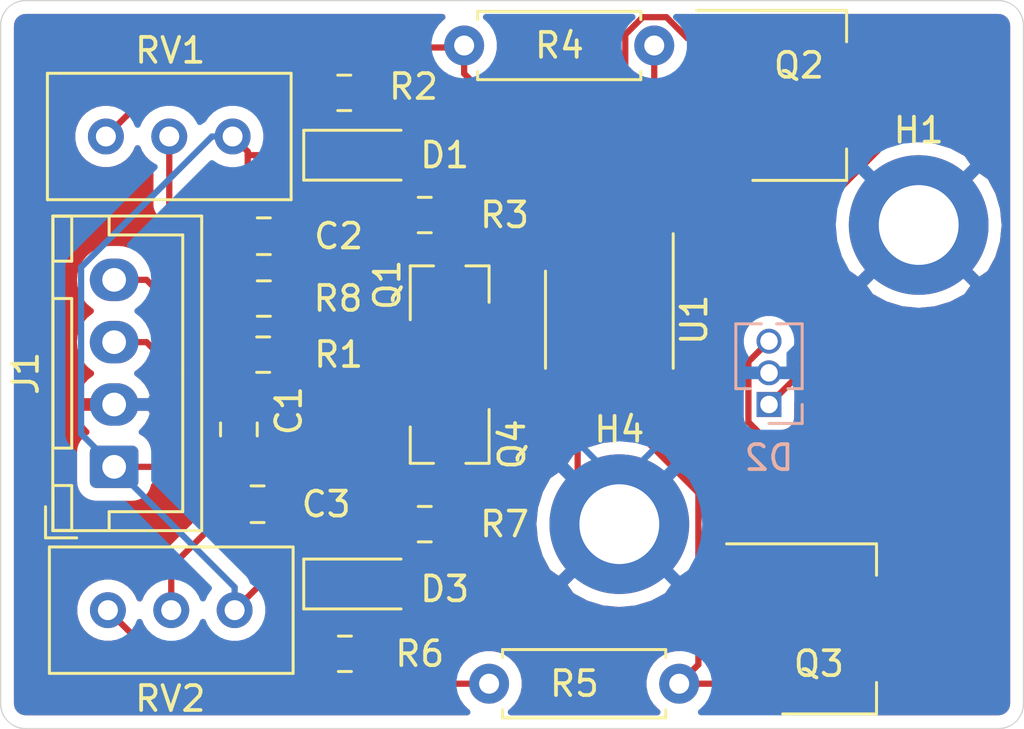
<source format=kicad_pcb>
(kicad_pcb (version 20171130) (host pcbnew "(5.1.7)-1")

  (general
    (thickness 1.6)
    (drawings 18)
    (tracks 151)
    (zones 0)
    (modules 24)
    (nets 21)
  )

  (page A4)
  (layers
    (0 F.Cu signal)
    (31 B.Cu signal hide)
    (32 B.Adhes user)
    (33 F.Adhes user)
    (34 B.Paste user)
    (35 F.Paste user)
    (36 B.SilkS user)
    (37 F.SilkS user)
    (38 B.Mask user)
    (39 F.Mask user)
    (40 Dwgs.User user)
    (41 Cmts.User user)
    (42 Eco1.User user)
    (43 Eco2.User user)
    (44 Edge.Cuts user)
    (45 Margin user)
    (46 B.CrtYd user)
    (47 F.CrtYd user)
    (48 B.Fab user)
    (49 F.Fab user hide)
  )

  (setup
    (last_trace_width 0.25)
    (user_trace_width 0.375)
    (user_trace_width 0.5)
    (user_trace_width 1)
    (user_trace_width 1.5)
    (trace_clearance 0.2)
    (zone_clearance 0.508)
    (zone_45_only no)
    (trace_min 0.2)
    (via_size 0.8)
    (via_drill 0.4)
    (via_min_size 0.4)
    (via_min_drill 0.3)
    (uvia_size 0.3)
    (uvia_drill 0.1)
    (uvias_allowed no)
    (uvia_min_size 0.2)
    (uvia_min_drill 0.1)
    (edge_width 0.05)
    (segment_width 0.2)
    (pcb_text_width 0.3)
    (pcb_text_size 1.5 1.5)
    (mod_edge_width 0.12)
    (mod_text_size 1 1)
    (mod_text_width 0.15)
    (pad_size 1.524 1.524)
    (pad_drill 0.762)
    (pad_to_mask_clearance 0.051)
    (solder_mask_min_width 0.25)
    (aux_axis_origin 0 0)
    (visible_elements 7FFFFFFF)
    (pcbplotparams
      (layerselection 0x010fc_ffffffff)
      (usegerberextensions false)
      (usegerberattributes true)
      (usegerberadvancedattributes true)
      (creategerberjobfile true)
      (excludeedgelayer true)
      (linewidth 0.100000)
      (plotframeref false)
      (viasonmask false)
      (mode 1)
      (useauxorigin false)
      (hpglpennumber 1)
      (hpglpenspeed 20)
      (hpglpendiameter 15.000000)
      (psnegative false)
      (psa4output false)
      (plotreference true)
      (plotvalue true)
      (plotinvisibletext false)
      (padsonsilk false)
      (subtractmaskfromsilk false)
      (outputformat 1)
      (mirror false)
      (drillshape 1)
      (scaleselection 1)
      (outputdirectory ""))
  )

  (net 0 "")
  (net 1 +5V)
  (net 2 GND)
  (net 3 "Net-(C2-Pad2)")
  (net 4 "Net-(C3-Pad2)")
  (net 5 "Net-(D1-Pad2)")
  (net 6 "Net-(D2-Pad1)")
  (net 7 "Net-(D2-Pad3)")
  (net 8 "Net-(D3-Pad2)")
  (net 9 Laser1)
  (net 10 Laser2)
  (net 11 "Net-(Q1-Pad3)")
  (net 12 "Net-(Q1-Pad1)")
  (net 13 "Net-(Q2-Pad1)")
  (net 14 "Net-(Q2-Pad3)")
  (net 15 "Net-(Q3-Pad3)")
  (net 16 "Net-(Q3-Pad1)")
  (net 17 "Net-(Q4-Pad1)")
  (net 18 "Net-(Q4-Pad3)")
  (net 19 "Net-(R2-Pad1)")
  (net 20 "Net-(R6-Pad1)")

  (net_class Default "This is the default net class."
    (clearance 0.2)
    (trace_width 0.25)
    (via_dia 0.8)
    (via_drill 0.4)
    (uvia_dia 0.3)
    (uvia_drill 0.1)
    (add_net +5V)
    (add_net GND)
    (add_net Laser1)
    (add_net Laser2)
    (add_net "Net-(C2-Pad2)")
    (add_net "Net-(C3-Pad2)")
    (add_net "Net-(D1-Pad2)")
    (add_net "Net-(D2-Pad1)")
    (add_net "Net-(D2-Pad3)")
    (add_net "Net-(D3-Pad2)")
    (add_net "Net-(Q1-Pad1)")
    (add_net "Net-(Q1-Pad3)")
    (add_net "Net-(Q2-Pad1)")
    (add_net "Net-(Q2-Pad3)")
    (add_net "Net-(Q3-Pad1)")
    (add_net "Net-(Q3-Pad3)")
    (add_net "Net-(Q4-Pad1)")
    (add_net "Net-(Q4-Pad3)")
    (add_net "Net-(R2-Pad1)")
    (add_net "Net-(R6-Pad1)")
  )

  (module Potentiometer_THT:Potentiometer_Bourns_3386C_Horizontal (layer F.Cu) (tedit 5AA07388) (tstamp 601000A6)
    (at 69.5 60.25 90)
    (descr "Potentiometer, horizontal, Bourns 3386C, https://www.bourns.com/pdfs/3386.pdf")
    (tags "Potentiometer horizontal Bourns 3386C")
    (path /60010BB5)
    (fp_text reference RV2 (at -3.55 2.5) (layer F.SilkS)
      (effects (font (size 1 1) (thickness 0.15)))
    )
    (fp_text value 100K (at 0 8.555 90) (layer F.Fab)
      (effects (font (size 1 1) (thickness 0.15)))
    )
    (fp_text user %R (at 0 2.54 90) (layer F.Fab)
      (effects (font (size 1 1) (thickness 0.15)))
    )
    (fp_line (start 2.415 -2.225) (end 2.415 7.305) (layer F.Fab) (width 0.1))
    (fp_line (start 2.415 7.305) (end -2.415 7.305) (layer F.Fab) (width 0.1))
    (fp_line (start -2.415 7.305) (end -2.415 -2.225) (layer F.Fab) (width 0.1))
    (fp_line (start -2.415 -2.225) (end 2.415 -2.225) (layer F.Fab) (width 0.1))
    (fp_line (start -2.535 -2.345) (end 2.535 -2.345) (layer F.SilkS) (width 0.12))
    (fp_line (start -2.535 7.425) (end 2.535 7.425) (layer F.SilkS) (width 0.12))
    (fp_line (start 2.535 -2.345) (end 2.535 7.425) (layer F.SilkS) (width 0.12))
    (fp_line (start -2.535 -2.345) (end -2.535 7.425) (layer F.SilkS) (width 0.12))
    (fp_line (start -2.67 -2.48) (end -2.67 7.56) (layer F.CrtYd) (width 0.05))
    (fp_line (start -2.67 7.56) (end 2.67 7.56) (layer F.CrtYd) (width 0.05))
    (fp_line (start 2.67 7.56) (end 2.67 -2.48) (layer F.CrtYd) (width 0.05))
    (fp_line (start 2.67 -2.48) (end -2.67 -2.48) (layer F.CrtYd) (width 0.05))
    (pad 1 thru_hole circle (at 0 0 90) (size 1.44 1.44) (drill 0.8) (layers *.Cu *.Mask)
      (net 20 "Net-(R6-Pad1)"))
    (pad 2 thru_hole circle (at 0 2.54 90) (size 1.44 1.44) (drill 0.8) (layers *.Cu *.Mask)
      (net 4 "Net-(C3-Pad2)"))
    (pad 3 thru_hole circle (at 0 5.08 90) (size 1.44 1.44) (drill 0.8) (layers *.Cu *.Mask)
      (net 1 +5V))
    (model ${KISYS3DMOD}/Potentiometer_THT.3dshapes/Potentiometer_Bourns_3386C_Horizontal.wrl
      (at (xyz 0 0 0))
      (scale (xyz 1 1 1))
      (rotate (xyz 0 0 0))
    )
    (model ${KIPRJMOD}/3386w-1-103lf.stp
      (offset (xyz -2.5 -2.5 5.5))
      (scale (xyz 1 1 1))
      (rotate (xyz 0 -90 0))
    )
  )

  (module Potentiometer_THT:Potentiometer_Bourns_3386C_Horizontal (layer F.Cu) (tedit 5AA07388) (tstamp 60100093)
    (at 74.5 41.25 270)
    (descr "Potentiometer, horizontal, Bourns 3386C, https://www.bourns.com/pdfs/3386.pdf")
    (tags "Potentiometer horizontal Bourns 3386C")
    (path /6000B3BD)
    (fp_text reference RV1 (at -3.45 2.5 180) (layer F.SilkS)
      (effects (font (size 1 1) (thickness 0.15)))
    )
    (fp_text value 100K (at 0 8.555 90) (layer F.Fab)
      (effects (font (size 1 1) (thickness 0.15)))
    )
    (fp_text user %R (at 0 2.54 90) (layer F.Fab)
      (effects (font (size 1 1) (thickness 0.15)))
    )
    (fp_line (start 2.415 -2.225) (end 2.415 7.305) (layer F.Fab) (width 0.1))
    (fp_line (start 2.415 7.305) (end -2.415 7.305) (layer F.Fab) (width 0.1))
    (fp_line (start -2.415 7.305) (end -2.415 -2.225) (layer F.Fab) (width 0.1))
    (fp_line (start -2.415 -2.225) (end 2.415 -2.225) (layer F.Fab) (width 0.1))
    (fp_line (start -2.535 -2.345) (end 2.535 -2.345) (layer F.SilkS) (width 0.12))
    (fp_line (start -2.535 7.425) (end 2.535 7.425) (layer F.SilkS) (width 0.12))
    (fp_line (start 2.535 -2.345) (end 2.535 7.425) (layer F.SilkS) (width 0.12))
    (fp_line (start -2.535 -2.345) (end -2.535 7.425) (layer F.SilkS) (width 0.12))
    (fp_line (start -2.67 -2.48) (end -2.67 7.56) (layer F.CrtYd) (width 0.05))
    (fp_line (start -2.67 7.56) (end 2.67 7.56) (layer F.CrtYd) (width 0.05))
    (fp_line (start 2.67 7.56) (end 2.67 -2.48) (layer F.CrtYd) (width 0.05))
    (fp_line (start 2.67 -2.48) (end -2.67 -2.48) (layer F.CrtYd) (width 0.05))
    (pad 1 thru_hole circle (at 0 0 270) (size 1.44 1.44) (drill 0.8) (layers *.Cu *.Mask)
      (net 1 +5V))
    (pad 2 thru_hole circle (at 0 2.54 270) (size 1.44 1.44) (drill 0.8) (layers *.Cu *.Mask)
      (net 3 "Net-(C2-Pad2)"))
    (pad 3 thru_hole circle (at 0 5.08 270) (size 1.44 1.44) (drill 0.8) (layers *.Cu *.Mask)
      (net 19 "Net-(R2-Pad1)"))
    (model ${KISYS3DMOD}/Potentiometer_THT.3dshapes/Potentiometer_Bourns_3386C_Horizontal.wrl
      (at (xyz 0 0 0))
      (scale (xyz 1 1 1))
      (rotate (xyz 0 0 0))
    )
    (model ${KIPRJMOD}/3386w-1-103lf.stp
      (offset (xyz -2.5 -2.5 6))
      (scale (xyz 1 1 1))
      (rotate (xyz 0 -90 0))
    )
  )

  (module Capacitor_SMD:C_0805_2012Metric (layer F.Cu) (tedit 5F68FEEE) (tstamp 600FF359)
    (at 74.75 53 90)
    (descr "Capacitor SMD 0805 (2012 Metric), square (rectangular) end terminal, IPC_7351 nominal, (Body size source: IPC-SM-782 page 76, https://www.pcb-3d.com/wordpress/wp-content/uploads/ipc-sm-782a_amendment_1_and_2.pdf, https://docs.google.com/spreadsheets/d/1BsfQQcO9C6DZCsRaXUlFlo91Tg2WpOkGARC1WS5S8t0/edit?usp=sharing), generated with kicad-footprint-generator")
    (tags capacitor)
    (path /60017144)
    (attr smd)
    (fp_text reference C1 (at 0.75 2 90) (layer F.SilkS)
      (effects (font (size 1 1) (thickness 0.15)))
    )
    (fp_text value 100nF (at 0 1.68 90) (layer F.Fab)
      (effects (font (size 1 1) (thickness 0.15)))
    )
    (fp_line (start -1 0.625) (end -1 -0.625) (layer F.Fab) (width 0.1))
    (fp_line (start -1 -0.625) (end 1 -0.625) (layer F.Fab) (width 0.1))
    (fp_line (start 1 -0.625) (end 1 0.625) (layer F.Fab) (width 0.1))
    (fp_line (start 1 0.625) (end -1 0.625) (layer F.Fab) (width 0.1))
    (fp_line (start -0.261252 -0.735) (end 0.261252 -0.735) (layer F.SilkS) (width 0.12))
    (fp_line (start -0.261252 0.735) (end 0.261252 0.735) (layer F.SilkS) (width 0.12))
    (fp_line (start -1.7 0.98) (end -1.7 -0.98) (layer F.CrtYd) (width 0.05))
    (fp_line (start -1.7 -0.98) (end 1.7 -0.98) (layer F.CrtYd) (width 0.05))
    (fp_line (start 1.7 -0.98) (end 1.7 0.98) (layer F.CrtYd) (width 0.05))
    (fp_line (start 1.7 0.98) (end -1.7 0.98) (layer F.CrtYd) (width 0.05))
    (fp_text user %R (at 0 0 90) (layer F.Fab)
      (effects (font (size 0.5 0.5) (thickness 0.08)))
    )
    (pad 1 smd roundrect (at -0.95 0 90) (size 1 1.45) (layers F.Cu F.Paste F.Mask) (roundrect_rratio 0.25)
      (net 1 +5V))
    (pad 2 smd roundrect (at 0.95 0 90) (size 1 1.45) (layers F.Cu F.Paste F.Mask) (roundrect_rratio 0.25)
      (net 2 GND))
    (model ${KISYS3DMOD}/Capacitor_SMD.3dshapes/C_0805_2012Metric.wrl
      (at (xyz 0 0 0))
      (scale (xyz 1 1 1))
      (rotate (xyz 0 0 0))
    )
  )

  (module Capacitor_SMD:C_0805_2012Metric (layer F.Cu) (tedit 5F68FEEE) (tstamp 600FF36A)
    (at 75.75 45.25)
    (descr "Capacitor SMD 0805 (2012 Metric), square (rectangular) end terminal, IPC_7351 nominal, (Body size source: IPC-SM-782 page 76, https://www.pcb-3d.com/wordpress/wp-content/uploads/ipc-sm-782a_amendment_1_and_2.pdf, https://docs.google.com/spreadsheets/d/1BsfQQcO9C6DZCsRaXUlFlo91Tg2WpOkGARC1WS5S8t0/edit?usp=sharing), generated with kicad-footprint-generator")
    (tags capacitor)
    (path /60017FDE)
    (attr smd)
    (fp_text reference C2 (at 3 0) (layer F.SilkS)
      (effects (font (size 1 1) (thickness 0.15)))
    )
    (fp_text value 100nF (at 0 1.68) (layer F.Fab)
      (effects (font (size 1 1) (thickness 0.15)))
    )
    (fp_line (start 1.7 0.98) (end -1.7 0.98) (layer F.CrtYd) (width 0.05))
    (fp_line (start 1.7 -0.98) (end 1.7 0.98) (layer F.CrtYd) (width 0.05))
    (fp_line (start -1.7 -0.98) (end 1.7 -0.98) (layer F.CrtYd) (width 0.05))
    (fp_line (start -1.7 0.98) (end -1.7 -0.98) (layer F.CrtYd) (width 0.05))
    (fp_line (start -0.261252 0.735) (end 0.261252 0.735) (layer F.SilkS) (width 0.12))
    (fp_line (start -0.261252 -0.735) (end 0.261252 -0.735) (layer F.SilkS) (width 0.12))
    (fp_line (start 1 0.625) (end -1 0.625) (layer F.Fab) (width 0.1))
    (fp_line (start 1 -0.625) (end 1 0.625) (layer F.Fab) (width 0.1))
    (fp_line (start -1 -0.625) (end 1 -0.625) (layer F.Fab) (width 0.1))
    (fp_line (start -1 0.625) (end -1 -0.625) (layer F.Fab) (width 0.1))
    (fp_text user %R (at 0 0) (layer F.Fab)
      (effects (font (size 0.5 0.5) (thickness 0.08)))
    )
    (pad 2 smd roundrect (at 0.95 0) (size 1 1.45) (layers F.Cu F.Paste F.Mask) (roundrect_rratio 0.25)
      (net 3 "Net-(C2-Pad2)"))
    (pad 1 smd roundrect (at -0.95 0) (size 1 1.45) (layers F.Cu F.Paste F.Mask) (roundrect_rratio 0.25)
      (net 1 +5V))
    (model ${KISYS3DMOD}/Capacitor_SMD.3dshapes/C_0805_2012Metric.wrl
      (at (xyz 0 0 0))
      (scale (xyz 1 1 1))
      (rotate (xyz 0 0 0))
    )
  )

  (module Capacitor_SMD:C_0805_2012Metric (layer F.Cu) (tedit 5F68FEEE) (tstamp 600FF37B)
    (at 75.5 56 180)
    (descr "Capacitor SMD 0805 (2012 Metric), square (rectangular) end terminal, IPC_7351 nominal, (Body size source: IPC-SM-782 page 76, https://www.pcb-3d.com/wordpress/wp-content/uploads/ipc-sm-782a_amendment_1_and_2.pdf, https://docs.google.com/spreadsheets/d/1BsfQQcO9C6DZCsRaXUlFlo91Tg2WpOkGARC1WS5S8t0/edit?usp=sharing), generated with kicad-footprint-generator")
    (tags capacitor)
    (path /60018C52)
    (attr smd)
    (fp_text reference C3 (at -2.75 0) (layer F.SilkS)
      (effects (font (size 1 1) (thickness 0.15)))
    )
    (fp_text value 100nF (at 0 1.68) (layer F.Fab)
      (effects (font (size 1 1) (thickness 0.15)))
    )
    (fp_line (start -1 0.625) (end -1 -0.625) (layer F.Fab) (width 0.1))
    (fp_line (start -1 -0.625) (end 1 -0.625) (layer F.Fab) (width 0.1))
    (fp_line (start 1 -0.625) (end 1 0.625) (layer F.Fab) (width 0.1))
    (fp_line (start 1 0.625) (end -1 0.625) (layer F.Fab) (width 0.1))
    (fp_line (start -0.261252 -0.735) (end 0.261252 -0.735) (layer F.SilkS) (width 0.12))
    (fp_line (start -0.261252 0.735) (end 0.261252 0.735) (layer F.SilkS) (width 0.12))
    (fp_line (start -1.7 0.98) (end -1.7 -0.98) (layer F.CrtYd) (width 0.05))
    (fp_line (start -1.7 -0.98) (end 1.7 -0.98) (layer F.CrtYd) (width 0.05))
    (fp_line (start 1.7 -0.98) (end 1.7 0.98) (layer F.CrtYd) (width 0.05))
    (fp_line (start 1.7 0.98) (end -1.7 0.98) (layer F.CrtYd) (width 0.05))
    (fp_text user %R (at 0 0) (layer F.Fab)
      (effects (font (size 0.5 0.5) (thickness 0.08)))
    )
    (pad 1 smd roundrect (at -0.95 0 180) (size 1 1.45) (layers F.Cu F.Paste F.Mask) (roundrect_rratio 0.25)
      (net 1 +5V))
    (pad 2 smd roundrect (at 0.95 0 180) (size 1 1.45) (layers F.Cu F.Paste F.Mask) (roundrect_rratio 0.25)
      (net 4 "Net-(C3-Pad2)"))
    (model ${KISYS3DMOD}/Capacitor_SMD.3dshapes/C_0805_2012Metric.wrl
      (at (xyz 0 0 0))
      (scale (xyz 1 1 1))
      (rotate (xyz 0 0 0))
    )
  )

  (module Diode_SMD:D_SOD-123 (layer F.Cu) (tedit 58645DC7) (tstamp 600FF394)
    (at 79.6 42)
    (descr SOD-123)
    (tags SOD-123)
    (path /6001883B)
    (attr smd)
    (fp_text reference D1 (at 3.4 0) (layer F.SilkS)
      (effects (font (size 1 1) (thickness 0.15)))
    )
    (fp_text value "MMSZ4679T1G 2V" (at 0 2.1) (layer F.Fab)
      (effects (font (size 1 1) (thickness 0.15)))
    )
    (fp_line (start -2.25 -1) (end -2.25 1) (layer F.SilkS) (width 0.12))
    (fp_line (start 0.25 0) (end 0.75 0) (layer F.Fab) (width 0.1))
    (fp_line (start 0.25 0.4) (end -0.35 0) (layer F.Fab) (width 0.1))
    (fp_line (start 0.25 -0.4) (end 0.25 0.4) (layer F.Fab) (width 0.1))
    (fp_line (start -0.35 0) (end 0.25 -0.4) (layer F.Fab) (width 0.1))
    (fp_line (start -0.35 0) (end -0.35 0.55) (layer F.Fab) (width 0.1))
    (fp_line (start -0.35 0) (end -0.35 -0.55) (layer F.Fab) (width 0.1))
    (fp_line (start -0.75 0) (end -0.35 0) (layer F.Fab) (width 0.1))
    (fp_line (start -1.4 0.9) (end -1.4 -0.9) (layer F.Fab) (width 0.1))
    (fp_line (start 1.4 0.9) (end -1.4 0.9) (layer F.Fab) (width 0.1))
    (fp_line (start 1.4 -0.9) (end 1.4 0.9) (layer F.Fab) (width 0.1))
    (fp_line (start -1.4 -0.9) (end 1.4 -0.9) (layer F.Fab) (width 0.1))
    (fp_line (start -2.35 -1.15) (end 2.35 -1.15) (layer F.CrtYd) (width 0.05))
    (fp_line (start 2.35 -1.15) (end 2.35 1.15) (layer F.CrtYd) (width 0.05))
    (fp_line (start 2.35 1.15) (end -2.35 1.15) (layer F.CrtYd) (width 0.05))
    (fp_line (start -2.35 -1.15) (end -2.35 1.15) (layer F.CrtYd) (width 0.05))
    (fp_line (start -2.25 1) (end 1.65 1) (layer F.SilkS) (width 0.12))
    (fp_line (start -2.25 -1) (end 1.65 -1) (layer F.SilkS) (width 0.12))
    (fp_text user %R (at 0 -2) (layer F.Fab)
      (effects (font (size 1 1) (thickness 0.15)))
    )
    (pad 1 smd rect (at -1.65 0) (size 0.9 1.2) (layers F.Cu F.Paste F.Mask)
      (net 1 +5V))
    (pad 2 smd rect (at 1.65 0) (size 0.9 1.2) (layers F.Cu F.Paste F.Mask)
      (net 5 "Net-(D1-Pad2)"))
    (model ${KISYS3DMOD}/Diode_SMD.3dshapes/D_SOD-123.wrl
      (at (xyz 0 0 0))
      (scale (xyz 1 1 1))
      (rotate (xyz 0 0 0))
    )
  )

  (module Connector_PinSocket_1.27mm:PinSocket_1x03_P1.27mm_Vertical (layer B.Cu) (tedit 5A19A41D) (tstamp 600FF3AD)
    (at 96 52)
    (descr "Through hole straight socket strip, 1x03, 1.27mm pitch, single row (from Kicad 4.0.7), script generated")
    (tags "Through hole socket strip THT 1x03 1.27mm single row")
    (path /6000B750)
    (fp_text reference D2 (at 0 2.135) (layer B.SilkS)
      (effects (font (size 1 1) (thickness 0.15)) (justify mirror))
    )
    (fp_text value LED_Dual_ACA (at 0 -4.675) (layer B.Fab)
      (effects (font (size 1 1) (thickness 0.15)) (justify mirror))
    )
    (fp_line (start -1.27 0.635) (end 0.635 0.635) (layer B.Fab) (width 0.1))
    (fp_line (start 0.635 0.635) (end 1.27 0) (layer B.Fab) (width 0.1))
    (fp_line (start 1.27 0) (end 1.27 -3.175) (layer B.Fab) (width 0.1))
    (fp_line (start 1.27 -3.175) (end -1.27 -3.175) (layer B.Fab) (width 0.1))
    (fp_line (start -1.27 -3.175) (end -1.27 0.635) (layer B.Fab) (width 0.1))
    (fp_line (start -1.33 -0.635) (end -0.76 -0.635) (layer B.SilkS) (width 0.12))
    (fp_line (start 0.76 -0.635) (end 1.33 -0.635) (layer B.SilkS) (width 0.12))
    (fp_line (start -1.33 -0.635) (end -1.33 -3.235) (layer B.SilkS) (width 0.12))
    (fp_line (start -1.33 -3.235) (end -0.30753 -3.235) (layer B.SilkS) (width 0.12))
    (fp_line (start 0.30753 -3.235) (end 1.33 -3.235) (layer B.SilkS) (width 0.12))
    (fp_line (start 1.33 -0.635) (end 1.33 -3.235) (layer B.SilkS) (width 0.12))
    (fp_line (start 1.33 0.76) (end 1.33 0) (layer B.SilkS) (width 0.12))
    (fp_line (start 0 0.76) (end 1.33 0.76) (layer B.SilkS) (width 0.12))
    (fp_line (start -1.8 1.15) (end 1.75 1.15) (layer B.CrtYd) (width 0.05))
    (fp_line (start 1.75 1.15) (end 1.75 -3.7) (layer B.CrtYd) (width 0.05))
    (fp_line (start 1.75 -3.7) (end -1.8 -3.7) (layer B.CrtYd) (width 0.05))
    (fp_line (start -1.8 -3.7) (end -1.8 1.15) (layer B.CrtYd) (width 0.05))
    (fp_text user %R (at 0 -1.27 -90) (layer B.Fab)
      (effects (font (size 1 1) (thickness 0.15)) (justify mirror))
    )
    (pad 1 thru_hole rect (at 0 0) (size 1 1) (drill 0.7) (layers *.Cu *.Mask)
      (net 6 "Net-(D2-Pad1)"))
    (pad 2 thru_hole oval (at 0 -1.27) (size 1 1) (drill 0.7) (layers *.Cu *.Mask)
      (net 2 GND))
    (pad 3 thru_hole oval (at 0 -2.54) (size 1 1) (drill 0.7) (layers *.Cu *.Mask)
      (net 7 "Net-(D2-Pad3)"))
    (model ${KISYS3DMOD}/Connector_PinSocket_1.27mm.3dshapes/PinSocket_1x03_P1.27mm_Vertical.wrl
      (at (xyz 0 0 0))
      (scale (xyz 1 1 1))
      (rotate (xyz 0 0 0))
    )
  )

  (module Diode_SMD:D_SOD-123 (layer F.Cu) (tedit 58645DC7) (tstamp 600FF3C6)
    (at 79.6 59.2)
    (descr SOD-123)
    (tags SOD-123)
    (path /600971FA)
    (attr smd)
    (fp_text reference D3 (at 3.4 0.2) (layer F.SilkS)
      (effects (font (size 1 1) (thickness 0.15)))
    )
    (fp_text value "MMSZ4679T1G 2V" (at 0 2.1) (layer F.Fab)
      (effects (font (size 1 1) (thickness 0.15)))
    )
    (fp_line (start -2.25 -1) (end 1.65 -1) (layer F.SilkS) (width 0.12))
    (fp_line (start -2.25 1) (end 1.65 1) (layer F.SilkS) (width 0.12))
    (fp_line (start -2.35 -1.15) (end -2.35 1.15) (layer F.CrtYd) (width 0.05))
    (fp_line (start 2.35 1.15) (end -2.35 1.15) (layer F.CrtYd) (width 0.05))
    (fp_line (start 2.35 -1.15) (end 2.35 1.15) (layer F.CrtYd) (width 0.05))
    (fp_line (start -2.35 -1.15) (end 2.35 -1.15) (layer F.CrtYd) (width 0.05))
    (fp_line (start -1.4 -0.9) (end 1.4 -0.9) (layer F.Fab) (width 0.1))
    (fp_line (start 1.4 -0.9) (end 1.4 0.9) (layer F.Fab) (width 0.1))
    (fp_line (start 1.4 0.9) (end -1.4 0.9) (layer F.Fab) (width 0.1))
    (fp_line (start -1.4 0.9) (end -1.4 -0.9) (layer F.Fab) (width 0.1))
    (fp_line (start -0.75 0) (end -0.35 0) (layer F.Fab) (width 0.1))
    (fp_line (start -0.35 0) (end -0.35 -0.55) (layer F.Fab) (width 0.1))
    (fp_line (start -0.35 0) (end -0.35 0.55) (layer F.Fab) (width 0.1))
    (fp_line (start -0.35 0) (end 0.25 -0.4) (layer F.Fab) (width 0.1))
    (fp_line (start 0.25 -0.4) (end 0.25 0.4) (layer F.Fab) (width 0.1))
    (fp_line (start 0.25 0.4) (end -0.35 0) (layer F.Fab) (width 0.1))
    (fp_line (start 0.25 0) (end 0.75 0) (layer F.Fab) (width 0.1))
    (fp_line (start -2.25 -1) (end -2.25 1) (layer F.SilkS) (width 0.12))
    (fp_text user %R (at 0 -2) (layer F.Fab)
      (effects (font (size 1 1) (thickness 0.15)))
    )
    (pad 2 smd rect (at 1.65 0) (size 0.9 1.2) (layers F.Cu F.Paste F.Mask)
      (net 8 "Net-(D3-Pad2)"))
    (pad 1 smd rect (at -1.65 0) (size 0.9 1.2) (layers F.Cu F.Paste F.Mask)
      (net 1 +5V))
    (model ${KISYS3DMOD}/Diode_SMD.3dshapes/D_SOD-123.wrl
      (at (xyz 0 0 0))
      (scale (xyz 1 1 1))
      (rotate (xyz 0 0 0))
    )
  )

  (module Connector_JST:JST_XH_B4B-XH-A_1x04_P2.50mm_Vertical (layer F.Cu) (tedit 5C28146C) (tstamp 600FF3F1)
    (at 69.75 54.5 90)
    (descr "JST XH series connector, B4B-XH-A (http://www.jst-mfg.com/product/pdf/eng/eXH.pdf), generated with kicad-footprint-generator")
    (tags "connector JST XH vertical")
    (path /5E454797)
    (fp_text reference J1 (at 3.75 -3.55 90) (layer F.SilkS)
      (effects (font (size 1 1) (thickness 0.15)))
    )
    (fp_text value Conn_01x04 (at 3.75 4.6 90) (layer F.Fab)
      (effects (font (size 1 1) (thickness 0.15)))
    )
    (fp_line (start -2.45 -2.35) (end -2.45 3.4) (layer F.Fab) (width 0.1))
    (fp_line (start -2.45 3.4) (end 9.95 3.4) (layer F.Fab) (width 0.1))
    (fp_line (start 9.95 3.4) (end 9.95 -2.35) (layer F.Fab) (width 0.1))
    (fp_line (start 9.95 -2.35) (end -2.45 -2.35) (layer F.Fab) (width 0.1))
    (fp_line (start -2.56 -2.46) (end -2.56 3.51) (layer F.SilkS) (width 0.12))
    (fp_line (start -2.56 3.51) (end 10.06 3.51) (layer F.SilkS) (width 0.12))
    (fp_line (start 10.06 3.51) (end 10.06 -2.46) (layer F.SilkS) (width 0.12))
    (fp_line (start 10.06 -2.46) (end -2.56 -2.46) (layer F.SilkS) (width 0.12))
    (fp_line (start -2.95 -2.85) (end -2.95 3.9) (layer F.CrtYd) (width 0.05))
    (fp_line (start -2.95 3.9) (end 10.45 3.9) (layer F.CrtYd) (width 0.05))
    (fp_line (start 10.45 3.9) (end 10.45 -2.85) (layer F.CrtYd) (width 0.05))
    (fp_line (start 10.45 -2.85) (end -2.95 -2.85) (layer F.CrtYd) (width 0.05))
    (fp_line (start -0.625 -2.35) (end 0 -1.35) (layer F.Fab) (width 0.1))
    (fp_line (start 0 -1.35) (end 0.625 -2.35) (layer F.Fab) (width 0.1))
    (fp_line (start 0.75 -2.45) (end 0.75 -1.7) (layer F.SilkS) (width 0.12))
    (fp_line (start 0.75 -1.7) (end 6.75 -1.7) (layer F.SilkS) (width 0.12))
    (fp_line (start 6.75 -1.7) (end 6.75 -2.45) (layer F.SilkS) (width 0.12))
    (fp_line (start 6.75 -2.45) (end 0.75 -2.45) (layer F.SilkS) (width 0.12))
    (fp_line (start -2.55 -2.45) (end -2.55 -1.7) (layer F.SilkS) (width 0.12))
    (fp_line (start -2.55 -1.7) (end -0.75 -1.7) (layer F.SilkS) (width 0.12))
    (fp_line (start -0.75 -1.7) (end -0.75 -2.45) (layer F.SilkS) (width 0.12))
    (fp_line (start -0.75 -2.45) (end -2.55 -2.45) (layer F.SilkS) (width 0.12))
    (fp_line (start 8.25 -2.45) (end 8.25 -1.7) (layer F.SilkS) (width 0.12))
    (fp_line (start 8.25 -1.7) (end 10.05 -1.7) (layer F.SilkS) (width 0.12))
    (fp_line (start 10.05 -1.7) (end 10.05 -2.45) (layer F.SilkS) (width 0.12))
    (fp_line (start 10.05 -2.45) (end 8.25 -2.45) (layer F.SilkS) (width 0.12))
    (fp_line (start -2.55 -0.2) (end -1.8 -0.2) (layer F.SilkS) (width 0.12))
    (fp_line (start -1.8 -0.2) (end -1.8 2.75) (layer F.SilkS) (width 0.12))
    (fp_line (start -1.8 2.75) (end 3.75 2.75) (layer F.SilkS) (width 0.12))
    (fp_line (start 10.05 -0.2) (end 9.3 -0.2) (layer F.SilkS) (width 0.12))
    (fp_line (start 9.3 -0.2) (end 9.3 2.75) (layer F.SilkS) (width 0.12))
    (fp_line (start 9.3 2.75) (end 3.75 2.75) (layer F.SilkS) (width 0.12))
    (fp_line (start -1.6 -2.75) (end -2.85 -2.75) (layer F.SilkS) (width 0.12))
    (fp_line (start -2.85 -2.75) (end -2.85 -1.5) (layer F.SilkS) (width 0.12))
    (fp_text user %R (at 3.75 2.7 90) (layer F.Fab)
      (effects (font (size 1 1) (thickness 0.15)))
    )
    (pad 1 thru_hole roundrect (at 0 0 90) (size 1.7 1.95) (drill 0.95) (layers *.Cu *.Mask) (roundrect_rratio 0.147059)
      (net 1 +5V))
    (pad 2 thru_hole oval (at 2.5 0 90) (size 1.7 1.95) (drill 0.95) (layers *.Cu *.Mask)
      (net 2 GND))
    (pad 3 thru_hole oval (at 5 0 90) (size 1.7 1.95) (drill 0.95) (layers *.Cu *.Mask)
      (net 9 Laser1))
    (pad 4 thru_hole oval (at 7.5 0 90) (size 1.7 1.95) (drill 0.95) (layers *.Cu *.Mask)
      (net 10 Laser2))
    (model ${KISYS3DMOD}/Connector_JST.3dshapes/JST_XH_B4B-XH-A_1x04_P2.50mm_Vertical.wrl
      (at (xyz 0 0 0))
      (scale (xyz 1 1 1))
      (rotate (xyz 0 0 0))
    )
  )

  (module Package_TO_SOT_SMD:SOT-23 (layer F.Cu) (tedit 5A02FF57) (tstamp 600FF406)
    (at 83.2 47.2 90)
    (descr "SOT-23, Standard")
    (tags SOT-23)
    (path /60049EAB)
    (attr smd)
    (fp_text reference Q1 (at 0 -2.5 90) (layer F.SilkS)
      (effects (font (size 1 1) (thickness 0.15)))
    )
    (fp_text value BS170F (at 0 2.5 90) (layer F.Fab)
      (effects (font (size 1 1) (thickness 0.15)))
    )
    (fp_line (start 0.76 1.58) (end -0.7 1.58) (layer F.SilkS) (width 0.12))
    (fp_line (start 0.76 -1.58) (end -1.4 -1.58) (layer F.SilkS) (width 0.12))
    (fp_line (start -1.7 1.75) (end -1.7 -1.75) (layer F.CrtYd) (width 0.05))
    (fp_line (start 1.7 1.75) (end -1.7 1.75) (layer F.CrtYd) (width 0.05))
    (fp_line (start 1.7 -1.75) (end 1.7 1.75) (layer F.CrtYd) (width 0.05))
    (fp_line (start -1.7 -1.75) (end 1.7 -1.75) (layer F.CrtYd) (width 0.05))
    (fp_line (start 0.76 -1.58) (end 0.76 -0.65) (layer F.SilkS) (width 0.12))
    (fp_line (start 0.76 1.58) (end 0.76 0.65) (layer F.SilkS) (width 0.12))
    (fp_line (start -0.7 1.52) (end 0.7 1.52) (layer F.Fab) (width 0.1))
    (fp_line (start 0.7 -1.52) (end 0.7 1.52) (layer F.Fab) (width 0.1))
    (fp_line (start -0.7 -0.95) (end -0.15 -1.52) (layer F.Fab) (width 0.1))
    (fp_line (start -0.15 -1.52) (end 0.7 -1.52) (layer F.Fab) (width 0.1))
    (fp_line (start -0.7 -0.95) (end -0.7 1.5) (layer F.Fab) (width 0.1))
    (fp_text user %R (at 0 0) (layer F.Fab)
      (effects (font (size 0.5 0.5) (thickness 0.075)))
    )
    (pad 3 smd rect (at 1 0 90) (size 0.9 0.8) (layers F.Cu F.Paste F.Mask)
      (net 11 "Net-(Q1-Pad3)"))
    (pad 2 smd rect (at -1 0.95 90) (size 0.9 0.8) (layers F.Cu F.Paste F.Mask)
      (net 2 GND))
    (pad 1 smd rect (at -1 -0.95 90) (size 0.9 0.8) (layers F.Cu F.Paste F.Mask)
      (net 12 "Net-(Q1-Pad1)"))
    (model ${KISYS3DMOD}/Package_TO_SOT_SMD.3dshapes/SOT-23.wrl
      (at (xyz 0 0 0))
      (scale (xyz 1 1 1))
      (rotate (xyz 0 0 0))
    )
  )

  (module Package_TO_SOT_SMD:SOT-223-3_TabPin2 (layer F.Cu) (tedit 5A02FF57) (tstamp 600FF41C)
    (at 97.2 39.6)
    (descr "module CMS SOT223 4 pins")
    (tags "CMS SOT")
    (path /60019DE0)
    (attr smd)
    (fp_text reference Q2 (at 0 -1.2) (layer F.SilkS)
      (effects (font (size 1 1) (thickness 0.15)))
    )
    (fp_text value BCP5310 (at 0 4.5) (layer F.Fab)
      (effects (font (size 1 1) (thickness 0.15)))
    )
    (fp_line (start 1.85 -3.35) (end 1.85 3.35) (layer F.Fab) (width 0.1))
    (fp_line (start -1.85 3.35) (end 1.85 3.35) (layer F.Fab) (width 0.1))
    (fp_line (start -4.1 -3.41) (end 1.91 -3.41) (layer F.SilkS) (width 0.12))
    (fp_line (start -0.85 -3.35) (end 1.85 -3.35) (layer F.Fab) (width 0.1))
    (fp_line (start -1.85 3.41) (end 1.91 3.41) (layer F.SilkS) (width 0.12))
    (fp_line (start -1.85 -2.35) (end -1.85 3.35) (layer F.Fab) (width 0.1))
    (fp_line (start -1.85 -2.35) (end -0.85 -3.35) (layer F.Fab) (width 0.1))
    (fp_line (start -4.4 -3.6) (end -4.4 3.6) (layer F.CrtYd) (width 0.05))
    (fp_line (start -4.4 3.6) (end 4.4 3.6) (layer F.CrtYd) (width 0.05))
    (fp_line (start 4.4 3.6) (end 4.4 -3.6) (layer F.CrtYd) (width 0.05))
    (fp_line (start 4.4 -3.6) (end -4.4 -3.6) (layer F.CrtYd) (width 0.05))
    (fp_line (start 1.91 -3.41) (end 1.91 -2.15) (layer F.SilkS) (width 0.12))
    (fp_line (start 1.91 3.41) (end 1.91 2.15) (layer F.SilkS) (width 0.12))
    (fp_text user %R (at 0 0 90) (layer F.Fab)
      (effects (font (size 0.8 0.8) (thickness 0.12)))
    )
    (pad 1 smd rect (at -3.15 -2.3) (size 2 1.5) (layers F.Cu F.Paste F.Mask)
      (net 13 "Net-(Q2-Pad1)"))
    (pad 3 smd rect (at -3.15 2.3) (size 2 1.5) (layers F.Cu F.Paste F.Mask)
      (net 14 "Net-(Q2-Pad3)"))
    (pad 2 smd rect (at -3.15 0) (size 2 1.5) (layers F.Cu F.Paste F.Mask)
      (net 6 "Net-(D2-Pad1)"))
    (pad 2 smd rect (at 3.15 0) (size 2 3.8) (layers F.Cu F.Paste F.Mask)
      (net 6 "Net-(D2-Pad1)"))
    (model ${KISYS3DMOD}/Package_TO_SOT_SMD.3dshapes/SOT-223.wrl
      (at (xyz 0 0 0))
      (scale (xyz 1 1 1))
      (rotate (xyz 0 0 0))
    )
  )

  (module Package_TO_SOT_SMD:SOT-223-3_TabPin2 (layer F.Cu) (tedit 5A02FF57) (tstamp 600FF432)
    (at 98.4 61)
    (descr "module CMS SOT223 4 pins")
    (tags "CMS SOT")
    (path /600D01F2)
    (attr smd)
    (fp_text reference Q3 (at -0.4 1.4) (layer F.SilkS)
      (effects (font (size 1 1) (thickness 0.15)))
    )
    (fp_text value BCP5310 (at 0 4.5) (layer F.Fab)
      (effects (font (size 1 1) (thickness 0.15)))
    )
    (fp_line (start 1.91 3.41) (end 1.91 2.15) (layer F.SilkS) (width 0.12))
    (fp_line (start 1.91 -3.41) (end 1.91 -2.15) (layer F.SilkS) (width 0.12))
    (fp_line (start 4.4 -3.6) (end -4.4 -3.6) (layer F.CrtYd) (width 0.05))
    (fp_line (start 4.4 3.6) (end 4.4 -3.6) (layer F.CrtYd) (width 0.05))
    (fp_line (start -4.4 3.6) (end 4.4 3.6) (layer F.CrtYd) (width 0.05))
    (fp_line (start -4.4 -3.6) (end -4.4 3.6) (layer F.CrtYd) (width 0.05))
    (fp_line (start -1.85 -2.35) (end -0.85 -3.35) (layer F.Fab) (width 0.1))
    (fp_line (start -1.85 -2.35) (end -1.85 3.35) (layer F.Fab) (width 0.1))
    (fp_line (start -1.85 3.41) (end 1.91 3.41) (layer F.SilkS) (width 0.12))
    (fp_line (start -0.85 -3.35) (end 1.85 -3.35) (layer F.Fab) (width 0.1))
    (fp_line (start -4.1 -3.41) (end 1.91 -3.41) (layer F.SilkS) (width 0.12))
    (fp_line (start -1.85 3.35) (end 1.85 3.35) (layer F.Fab) (width 0.1))
    (fp_line (start 1.85 -3.35) (end 1.85 3.35) (layer F.Fab) (width 0.1))
    (fp_text user %R (at 0 0 90) (layer F.Fab)
      (effects (font (size 0.8 0.8) (thickness 0.12)))
    )
    (pad 2 smd rect (at 3.15 0) (size 2 3.8) (layers F.Cu F.Paste F.Mask)
      (net 7 "Net-(D2-Pad3)"))
    (pad 2 smd rect (at -3.15 0) (size 2 1.5) (layers F.Cu F.Paste F.Mask)
      (net 7 "Net-(D2-Pad3)"))
    (pad 3 smd rect (at -3.15 2.3) (size 2 1.5) (layers F.Cu F.Paste F.Mask)
      (net 15 "Net-(Q3-Pad3)"))
    (pad 1 smd rect (at -3.15 -2.3) (size 2 1.5) (layers F.Cu F.Paste F.Mask)
      (net 16 "Net-(Q3-Pad1)"))
    (model ${KISYS3DMOD}/Package_TO_SOT_SMD.3dshapes/SOT-223.wrl
      (at (xyz 0 0 0))
      (scale (xyz 1 1 1))
      (rotate (xyz 0 0 0))
    )
  )

  (module Package_TO_SOT_SMD:SOT-23 (layer F.Cu) (tedit 5A02FF57) (tstamp 600FF447)
    (at 83.2 53.6 270)
    (descr "SOT-23, Standard")
    (tags SOT-23)
    (path /600D0217)
    (attr smd)
    (fp_text reference Q4 (at 0 -2.5 90) (layer F.SilkS)
      (effects (font (size 1 1) (thickness 0.15)))
    )
    (fp_text value BS170F (at 0 2.5 90) (layer F.Fab)
      (effects (font (size 1 1) (thickness 0.15)))
    )
    (fp_line (start -0.7 -0.95) (end -0.7 1.5) (layer F.Fab) (width 0.1))
    (fp_line (start -0.15 -1.52) (end 0.7 -1.52) (layer F.Fab) (width 0.1))
    (fp_line (start -0.7 -0.95) (end -0.15 -1.52) (layer F.Fab) (width 0.1))
    (fp_line (start 0.7 -1.52) (end 0.7 1.52) (layer F.Fab) (width 0.1))
    (fp_line (start -0.7 1.52) (end 0.7 1.52) (layer F.Fab) (width 0.1))
    (fp_line (start 0.76 1.58) (end 0.76 0.65) (layer F.SilkS) (width 0.12))
    (fp_line (start 0.76 -1.58) (end 0.76 -0.65) (layer F.SilkS) (width 0.12))
    (fp_line (start -1.7 -1.75) (end 1.7 -1.75) (layer F.CrtYd) (width 0.05))
    (fp_line (start 1.7 -1.75) (end 1.7 1.75) (layer F.CrtYd) (width 0.05))
    (fp_line (start 1.7 1.75) (end -1.7 1.75) (layer F.CrtYd) (width 0.05))
    (fp_line (start -1.7 1.75) (end -1.7 -1.75) (layer F.CrtYd) (width 0.05))
    (fp_line (start 0.76 -1.58) (end -1.4 -1.58) (layer F.SilkS) (width 0.12))
    (fp_line (start 0.76 1.58) (end -0.7 1.58) (layer F.SilkS) (width 0.12))
    (fp_text user %R (at 0 0) (layer F.Fab)
      (effects (font (size 0.5 0.5) (thickness 0.075)))
    )
    (pad 1 smd rect (at -1 -0.95 270) (size 0.9 0.8) (layers F.Cu F.Paste F.Mask)
      (net 17 "Net-(Q4-Pad1)"))
    (pad 2 smd rect (at -1 0.95 270) (size 0.9 0.8) (layers F.Cu F.Paste F.Mask)
      (net 2 GND))
    (pad 3 smd rect (at 1 0 270) (size 0.9 0.8) (layers F.Cu F.Paste F.Mask)
      (net 18 "Net-(Q4-Pad3)"))
    (model ${KISYS3DMOD}/Package_TO_SOT_SMD.3dshapes/SOT-23.wrl
      (at (xyz 0 0 0))
      (scale (xyz 1 1 1))
      (rotate (xyz 0 0 0))
    )
  )

  (module Resistor_SMD:R_0805_2012Metric_Pad1.15x1.40mm_HandSolder (layer F.Cu) (tedit 5B36C52B) (tstamp 600FF458)
    (at 75.725 50 180)
    (descr "Resistor SMD 0805 (2012 Metric), square (rectangular) end terminal, IPC_7351 nominal with elongated pad for handsoldering. (Body size source: https://docs.google.com/spreadsheets/d/1BsfQQcO9C6DZCsRaXUlFlo91Tg2WpOkGARC1WS5S8t0/edit?usp=sharing), generated with kicad-footprint-generator")
    (tags "resistor handsolder")
    (path /5E54EB98)
    (attr smd)
    (fp_text reference R1 (at -3.025 0) (layer F.SilkS)
      (effects (font (size 1 1) (thickness 0.15)))
    )
    (fp_text value 10K (at 0 1.65) (layer F.Fab)
      (effects (font (size 1 1) (thickness 0.15)))
    )
    (fp_line (start -1 0.6) (end -1 -0.6) (layer F.Fab) (width 0.1))
    (fp_line (start -1 -0.6) (end 1 -0.6) (layer F.Fab) (width 0.1))
    (fp_line (start 1 -0.6) (end 1 0.6) (layer F.Fab) (width 0.1))
    (fp_line (start 1 0.6) (end -1 0.6) (layer F.Fab) (width 0.1))
    (fp_line (start -0.261252 -0.71) (end 0.261252 -0.71) (layer F.SilkS) (width 0.12))
    (fp_line (start -0.261252 0.71) (end 0.261252 0.71) (layer F.SilkS) (width 0.12))
    (fp_line (start -1.85 0.95) (end -1.85 -0.95) (layer F.CrtYd) (width 0.05))
    (fp_line (start -1.85 -0.95) (end 1.85 -0.95) (layer F.CrtYd) (width 0.05))
    (fp_line (start 1.85 -0.95) (end 1.85 0.95) (layer F.CrtYd) (width 0.05))
    (fp_line (start 1.85 0.95) (end -1.85 0.95) (layer F.CrtYd) (width 0.05))
    (fp_text user %R (at 0 0 270) (layer F.Fab)
      (effects (font (size 0.5 0.5) (thickness 0.08)))
    )
    (pad 1 smd roundrect (at -1.025 0 180) (size 1.15 1.4) (layers F.Cu F.Paste F.Mask) (roundrect_rratio 0.217391)
      (net 12 "Net-(Q1-Pad1)"))
    (pad 2 smd roundrect (at 1.025 0 180) (size 1.15 1.4) (layers F.Cu F.Paste F.Mask) (roundrect_rratio 0.217391)
      (net 9 Laser1))
    (model ${KISYS3DMOD}/Resistor_SMD.3dshapes/R_0805_2012Metric.wrl
      (at (xyz 0 0 0))
      (scale (xyz 1 1 1))
      (rotate (xyz 0 0 0))
    )
  )

  (module Resistor_SMD:R_0805_2012Metric_Pad1.15x1.40mm_HandSolder (layer F.Cu) (tedit 5B36C52B) (tstamp 600FF469)
    (at 78.975 39.5)
    (descr "Resistor SMD 0805 (2012 Metric), square (rectangular) end terminal, IPC_7351 nominal with elongated pad for handsoldering. (Body size source: https://docs.google.com/spreadsheets/d/1BsfQQcO9C6DZCsRaXUlFlo91Tg2WpOkGARC1WS5S8t0/edit?usp=sharing), generated with kicad-footprint-generator")
    (tags "resistor handsolder")
    (path /6002537D)
    (attr smd)
    (fp_text reference R2 (at 2.775 -0.25) (layer F.SilkS)
      (effects (font (size 1 1) (thickness 0.15)))
    )
    (fp_text value 100K (at 0 1.65) (layer F.Fab)
      (effects (font (size 1 1) (thickness 0.15)))
    )
    (fp_line (start 1.85 0.95) (end -1.85 0.95) (layer F.CrtYd) (width 0.05))
    (fp_line (start 1.85 -0.95) (end 1.85 0.95) (layer F.CrtYd) (width 0.05))
    (fp_line (start -1.85 -0.95) (end 1.85 -0.95) (layer F.CrtYd) (width 0.05))
    (fp_line (start -1.85 0.95) (end -1.85 -0.95) (layer F.CrtYd) (width 0.05))
    (fp_line (start -0.261252 0.71) (end 0.261252 0.71) (layer F.SilkS) (width 0.12))
    (fp_line (start -0.261252 -0.71) (end 0.261252 -0.71) (layer F.SilkS) (width 0.12))
    (fp_line (start 1 0.6) (end -1 0.6) (layer F.Fab) (width 0.1))
    (fp_line (start 1 -0.6) (end 1 0.6) (layer F.Fab) (width 0.1))
    (fp_line (start -1 -0.6) (end 1 -0.6) (layer F.Fab) (width 0.1))
    (fp_line (start -1 0.6) (end -1 -0.6) (layer F.Fab) (width 0.1))
    (fp_text user %R (at 0 0) (layer F.Fab)
      (effects (font (size 0.5 0.5) (thickness 0.08)))
    )
    (pad 2 smd roundrect (at 1.025 0) (size 1.15 1.4) (layers F.Cu F.Paste F.Mask) (roundrect_rratio 0.217391)
      (net 5 "Net-(D1-Pad2)"))
    (pad 1 smd roundrect (at -1.025 0) (size 1.15 1.4) (layers F.Cu F.Paste F.Mask) (roundrect_rratio 0.217391)
      (net 19 "Net-(R2-Pad1)"))
    (model ${KISYS3DMOD}/Resistor_SMD.3dshapes/R_0805_2012Metric.wrl
      (at (xyz 0 0 0))
      (scale (xyz 1 1 1))
      (rotate (xyz 0 0 0))
    )
  )

  (module Resistor_SMD:R_0805_2012Metric_Pad1.15x1.40mm_HandSolder (layer F.Cu) (tedit 5B36C52B) (tstamp 600FF47A)
    (at 82.2 44.4)
    (descr "Resistor SMD 0805 (2012 Metric), square (rectangular) end terminal, IPC_7351 nominal with elongated pad for handsoldering. (Body size source: https://docs.google.com/spreadsheets/d/1BsfQQcO9C6DZCsRaXUlFlo91Tg2WpOkGARC1WS5S8t0/edit?usp=sharing), generated with kicad-footprint-generator")
    (tags "resistor handsolder")
    (path /6007059A)
    (attr smd)
    (fp_text reference R3 (at 3.2 0) (layer F.SilkS)
      (effects (font (size 1 1) (thickness 0.15)))
    )
    (fp_text value 47K (at 0 1.65) (layer F.Fab)
      (effects (font (size 1 1) (thickness 0.15)))
    )
    (fp_line (start 1.85 0.95) (end -1.85 0.95) (layer F.CrtYd) (width 0.05))
    (fp_line (start 1.85 -0.95) (end 1.85 0.95) (layer F.CrtYd) (width 0.05))
    (fp_line (start -1.85 -0.95) (end 1.85 -0.95) (layer F.CrtYd) (width 0.05))
    (fp_line (start -1.85 0.95) (end -1.85 -0.95) (layer F.CrtYd) (width 0.05))
    (fp_line (start -0.261252 0.71) (end 0.261252 0.71) (layer F.SilkS) (width 0.12))
    (fp_line (start -0.261252 -0.71) (end 0.261252 -0.71) (layer F.SilkS) (width 0.12))
    (fp_line (start 1 0.6) (end -1 0.6) (layer F.Fab) (width 0.1))
    (fp_line (start 1 -0.6) (end 1 0.6) (layer F.Fab) (width 0.1))
    (fp_line (start -1 -0.6) (end 1 -0.6) (layer F.Fab) (width 0.1))
    (fp_line (start -1 0.6) (end -1 -0.6) (layer F.Fab) (width 0.1))
    (fp_text user %R (at 0 0) (layer F.Fab)
      (effects (font (size 0.5 0.5) (thickness 0.08)))
    )
    (pad 2 smd roundrect (at 1.025 0) (size 1.15 1.4) (layers F.Cu F.Paste F.Mask) (roundrect_rratio 0.217391)
      (net 11 "Net-(Q1-Pad3)"))
    (pad 1 smd roundrect (at -1.025 0) (size 1.15 1.4) (layers F.Cu F.Paste F.Mask) (roundrect_rratio 0.217391)
      (net 5 "Net-(D1-Pad2)"))
    (model ${KISYS3DMOD}/Resistor_SMD.3dshapes/R_0805_2012Metric.wrl
      (at (xyz 0 0 0))
      (scale (xyz 1 1 1))
      (rotate (xyz 0 0 0))
    )
  )

  (module Resistor_THT:R_Axial_DIN0207_L6.3mm_D2.5mm_P7.62mm_Horizontal (layer F.Cu) (tedit 5AE5139B) (tstamp 600FF491)
    (at 91.4 37.6 180)
    (descr "Resistor, Axial_DIN0207 series, Axial, Horizontal, pin pitch=7.62mm, 0.25W = 1/4W, length*diameter=6.3*2.5mm^2, http://cdn-reichelt.de/documents/datenblatt/B400/1_4W%23YAG.pdf")
    (tags "Resistor Axial_DIN0207 series Axial Horizontal pin pitch 7.62mm 0.25W = 1/4W length 6.3mm diameter 2.5mm")
    (path /6000D306)
    (fp_text reference R4 (at 3.8 0) (layer F.SilkS)
      (effects (font (size 1 1) (thickness 0.15)))
    )
    (fp_text value 5R (at 3.81 2.37) (layer F.Fab)
      (effects (font (size 1 1) (thickness 0.15)))
    )
    (fp_line (start 0.66 -1.25) (end 0.66 1.25) (layer F.Fab) (width 0.1))
    (fp_line (start 0.66 1.25) (end 6.96 1.25) (layer F.Fab) (width 0.1))
    (fp_line (start 6.96 1.25) (end 6.96 -1.25) (layer F.Fab) (width 0.1))
    (fp_line (start 6.96 -1.25) (end 0.66 -1.25) (layer F.Fab) (width 0.1))
    (fp_line (start 0 0) (end 0.66 0) (layer F.Fab) (width 0.1))
    (fp_line (start 7.62 0) (end 6.96 0) (layer F.Fab) (width 0.1))
    (fp_line (start 0.54 -1.04) (end 0.54 -1.37) (layer F.SilkS) (width 0.12))
    (fp_line (start 0.54 -1.37) (end 7.08 -1.37) (layer F.SilkS) (width 0.12))
    (fp_line (start 7.08 -1.37) (end 7.08 -1.04) (layer F.SilkS) (width 0.12))
    (fp_line (start 0.54 1.04) (end 0.54 1.37) (layer F.SilkS) (width 0.12))
    (fp_line (start 0.54 1.37) (end 7.08 1.37) (layer F.SilkS) (width 0.12))
    (fp_line (start 7.08 1.37) (end 7.08 1.04) (layer F.SilkS) (width 0.12))
    (fp_line (start -1.05 -1.5) (end -1.05 1.5) (layer F.CrtYd) (width 0.05))
    (fp_line (start -1.05 1.5) (end 8.67 1.5) (layer F.CrtYd) (width 0.05))
    (fp_line (start 8.67 1.5) (end 8.67 -1.5) (layer F.CrtYd) (width 0.05))
    (fp_line (start 8.67 -1.5) (end -1.05 -1.5) (layer F.CrtYd) (width 0.05))
    (fp_text user %R (at 3.81 0) (layer F.Fab)
      (effects (font (size 1 1) (thickness 0.15)))
    )
    (pad 1 thru_hole circle (at 0 0 180) (size 1.6 1.6) (drill 0.8) (layers *.Cu *.Mask)
      (net 14 "Net-(Q2-Pad3)"))
    (pad 2 thru_hole oval (at 7.62 0 180) (size 1.6 1.6) (drill 0.8) (layers *.Cu *.Mask)
      (net 1 +5V))
    (model ${KISYS3DMOD}/Resistor_THT.3dshapes/R_Axial_DIN0207_L6.3mm_D2.5mm_P7.62mm_Horizontal.wrl
      (at (xyz 0 0 0))
      (scale (xyz 1 1 1))
      (rotate (xyz 0 0 0))
    )
  )

  (module Resistor_THT:R_Axial_DIN0207_L6.3mm_D2.5mm_P7.62mm_Horizontal (layer F.Cu) (tedit 5AE5139B) (tstamp 600FF4A8)
    (at 92.4 63.2 180)
    (descr "Resistor, Axial_DIN0207 series, Axial, Horizontal, pin pitch=7.62mm, 0.25W = 1/4W, length*diameter=6.3*2.5mm^2, http://cdn-reichelt.de/documents/datenblatt/B400/1_4W%23YAG.pdf")
    (tags "Resistor Axial_DIN0207 series Axial Horizontal pin pitch 7.62mm 0.25W = 1/4W length 6.3mm diameter 2.5mm")
    (path /600D01E5)
    (fp_text reference R5 (at 4.2 0) (layer F.SilkS)
      (effects (font (size 1 1) (thickness 0.15)))
    )
    (fp_text value 10R (at 3.81 2.37) (layer F.Fab)
      (effects (font (size 1 1) (thickness 0.15)))
    )
    (fp_line (start 8.67 -1.5) (end -1.05 -1.5) (layer F.CrtYd) (width 0.05))
    (fp_line (start 8.67 1.5) (end 8.67 -1.5) (layer F.CrtYd) (width 0.05))
    (fp_line (start -1.05 1.5) (end 8.67 1.5) (layer F.CrtYd) (width 0.05))
    (fp_line (start -1.05 -1.5) (end -1.05 1.5) (layer F.CrtYd) (width 0.05))
    (fp_line (start 7.08 1.37) (end 7.08 1.04) (layer F.SilkS) (width 0.12))
    (fp_line (start 0.54 1.37) (end 7.08 1.37) (layer F.SilkS) (width 0.12))
    (fp_line (start 0.54 1.04) (end 0.54 1.37) (layer F.SilkS) (width 0.12))
    (fp_line (start 7.08 -1.37) (end 7.08 -1.04) (layer F.SilkS) (width 0.12))
    (fp_line (start 0.54 -1.37) (end 7.08 -1.37) (layer F.SilkS) (width 0.12))
    (fp_line (start 0.54 -1.04) (end 0.54 -1.37) (layer F.SilkS) (width 0.12))
    (fp_line (start 7.62 0) (end 6.96 0) (layer F.Fab) (width 0.1))
    (fp_line (start 0 0) (end 0.66 0) (layer F.Fab) (width 0.1))
    (fp_line (start 6.96 -1.25) (end 0.66 -1.25) (layer F.Fab) (width 0.1))
    (fp_line (start 6.96 1.25) (end 6.96 -1.25) (layer F.Fab) (width 0.1))
    (fp_line (start 0.66 1.25) (end 6.96 1.25) (layer F.Fab) (width 0.1))
    (fp_line (start 0.66 -1.25) (end 0.66 1.25) (layer F.Fab) (width 0.1))
    (fp_text user %R (at 3.81 0) (layer F.Fab)
      (effects (font (size 1 1) (thickness 0.15)))
    )
    (pad 2 thru_hole oval (at 7.62 0 180) (size 1.6 1.6) (drill 0.8) (layers *.Cu *.Mask)
      (net 1 +5V))
    (pad 1 thru_hole circle (at 0 0 180) (size 1.6 1.6) (drill 0.8) (layers *.Cu *.Mask)
      (net 15 "Net-(Q3-Pad3)"))
    (model ${KISYS3DMOD}/Resistor_THT.3dshapes/R_Axial_DIN0207_L6.3mm_D2.5mm_P7.62mm_Horizontal.wrl
      (at (xyz 0 0 0))
      (scale (xyz 1 1 1))
      (rotate (xyz 0 0 0))
    )
  )

  (module Resistor_SMD:R_0805_2012Metric_Pad1.15x1.40mm_HandSolder (layer F.Cu) (tedit 5B36C52B) (tstamp 600FF4B9)
    (at 79 62)
    (descr "Resistor SMD 0805 (2012 Metric), square (rectangular) end terminal, IPC_7351 nominal with elongated pad for handsoldering. (Body size source: https://docs.google.com/spreadsheets/d/1BsfQQcO9C6DZCsRaXUlFlo91Tg2WpOkGARC1WS5S8t0/edit?usp=sharing), generated with kicad-footprint-generator")
    (tags "resistor handsolder")
    (path /6009720E)
    (attr smd)
    (fp_text reference R6 (at 3 0) (layer F.SilkS)
      (effects (font (size 1 1) (thickness 0.15)))
    )
    (fp_text value 100K (at 0 1.65) (layer F.Fab)
      (effects (font (size 1 1) (thickness 0.15)))
    )
    (fp_line (start 1.85 0.95) (end -1.85 0.95) (layer F.CrtYd) (width 0.05))
    (fp_line (start 1.85 -0.95) (end 1.85 0.95) (layer F.CrtYd) (width 0.05))
    (fp_line (start -1.85 -0.95) (end 1.85 -0.95) (layer F.CrtYd) (width 0.05))
    (fp_line (start -1.85 0.95) (end -1.85 -0.95) (layer F.CrtYd) (width 0.05))
    (fp_line (start -0.261252 0.71) (end 0.261252 0.71) (layer F.SilkS) (width 0.12))
    (fp_line (start -0.261252 -0.71) (end 0.261252 -0.71) (layer F.SilkS) (width 0.12))
    (fp_line (start 1 0.6) (end -1 0.6) (layer F.Fab) (width 0.1))
    (fp_line (start 1 -0.6) (end 1 0.6) (layer F.Fab) (width 0.1))
    (fp_line (start -1 -0.6) (end 1 -0.6) (layer F.Fab) (width 0.1))
    (fp_line (start -1 0.6) (end -1 -0.6) (layer F.Fab) (width 0.1))
    (fp_text user %R (at 0 0) (layer F.Fab)
      (effects (font (size 0.5 0.5) (thickness 0.08)))
    )
    (pad 2 smd roundrect (at 1.025 0) (size 1.15 1.4) (layers F.Cu F.Paste F.Mask) (roundrect_rratio 0.217391)
      (net 8 "Net-(D3-Pad2)"))
    (pad 1 smd roundrect (at -1.025 0) (size 1.15 1.4) (layers F.Cu F.Paste F.Mask) (roundrect_rratio 0.217391)
      (net 20 "Net-(R6-Pad1)"))
    (model ${KISYS3DMOD}/Resistor_SMD.3dshapes/R_0805_2012Metric.wrl
      (at (xyz 0 0 0))
      (scale (xyz 1 1 1))
      (rotate (xyz 0 0 0))
    )
  )

  (module Resistor_SMD:R_0805_2012Metric_Pad1.15x1.40mm_HandSolder (layer F.Cu) (tedit 5B36C52B) (tstamp 600FF4CA)
    (at 82.2 56.8)
    (descr "Resistor SMD 0805 (2012 Metric), square (rectangular) end terminal, IPC_7351 nominal with elongated pad for handsoldering. (Body size source: https://docs.google.com/spreadsheets/d/1BsfQQcO9C6DZCsRaXUlFlo91Tg2WpOkGARC1WS5S8t0/edit?usp=sharing), generated with kicad-footprint-generator")
    (tags "resistor handsolder")
    (path /60097207)
    (attr smd)
    (fp_text reference R7 (at 3.2 0) (layer F.SilkS)
      (effects (font (size 1 1) (thickness 0.15)))
    )
    (fp_text value 47K (at 0 1.65) (layer F.Fab)
      (effects (font (size 1 1) (thickness 0.15)))
    )
    (fp_line (start -1 0.6) (end -1 -0.6) (layer F.Fab) (width 0.1))
    (fp_line (start -1 -0.6) (end 1 -0.6) (layer F.Fab) (width 0.1))
    (fp_line (start 1 -0.6) (end 1 0.6) (layer F.Fab) (width 0.1))
    (fp_line (start 1 0.6) (end -1 0.6) (layer F.Fab) (width 0.1))
    (fp_line (start -0.261252 -0.71) (end 0.261252 -0.71) (layer F.SilkS) (width 0.12))
    (fp_line (start -0.261252 0.71) (end 0.261252 0.71) (layer F.SilkS) (width 0.12))
    (fp_line (start -1.85 0.95) (end -1.85 -0.95) (layer F.CrtYd) (width 0.05))
    (fp_line (start -1.85 -0.95) (end 1.85 -0.95) (layer F.CrtYd) (width 0.05))
    (fp_line (start 1.85 -0.95) (end 1.85 0.95) (layer F.CrtYd) (width 0.05))
    (fp_line (start 1.85 0.95) (end -1.85 0.95) (layer F.CrtYd) (width 0.05))
    (fp_text user %R (at 0 0) (layer F.Fab)
      (effects (font (size 0.5 0.5) (thickness 0.08)))
    )
    (pad 1 smd roundrect (at -1.025 0) (size 1.15 1.4) (layers F.Cu F.Paste F.Mask) (roundrect_rratio 0.217391)
      (net 8 "Net-(D3-Pad2)"))
    (pad 2 smd roundrect (at 1.025 0) (size 1.15 1.4) (layers F.Cu F.Paste F.Mask) (roundrect_rratio 0.217391)
      (net 18 "Net-(Q4-Pad3)"))
    (model ${KISYS3DMOD}/Resistor_SMD.3dshapes/R_0805_2012Metric.wrl
      (at (xyz 0 0 0))
      (scale (xyz 1 1 1))
      (rotate (xyz 0 0 0))
    )
  )

  (module Resistor_SMD:R_0805_2012Metric_Pad1.15x1.40mm_HandSolder (layer F.Cu) (tedit 5B36C52B) (tstamp 600FF4DB)
    (at 75.75 47.75 180)
    (descr "Resistor SMD 0805 (2012 Metric), square (rectangular) end terminal, IPC_7351 nominal with elongated pad for handsoldering. (Body size source: https://docs.google.com/spreadsheets/d/1BsfQQcO9C6DZCsRaXUlFlo91Tg2WpOkGARC1WS5S8t0/edit?usp=sharing), generated with kicad-footprint-generator")
    (tags "resistor handsolder")
    (path /600D01D4)
    (attr smd)
    (fp_text reference R8 (at -2.975 0) (layer F.SilkS)
      (effects (font (size 1 1) (thickness 0.15)))
    )
    (fp_text value 10K (at 0 1.65) (layer F.Fab)
      (effects (font (size 1 1) (thickness 0.15)))
    )
    (fp_line (start -1 0.6) (end -1 -0.6) (layer F.Fab) (width 0.1))
    (fp_line (start -1 -0.6) (end 1 -0.6) (layer F.Fab) (width 0.1))
    (fp_line (start 1 -0.6) (end 1 0.6) (layer F.Fab) (width 0.1))
    (fp_line (start 1 0.6) (end -1 0.6) (layer F.Fab) (width 0.1))
    (fp_line (start -0.261252 -0.71) (end 0.261252 -0.71) (layer F.SilkS) (width 0.12))
    (fp_line (start -0.261252 0.71) (end 0.261252 0.71) (layer F.SilkS) (width 0.12))
    (fp_line (start -1.85 0.95) (end -1.85 -0.95) (layer F.CrtYd) (width 0.05))
    (fp_line (start -1.85 -0.95) (end 1.85 -0.95) (layer F.CrtYd) (width 0.05))
    (fp_line (start 1.85 -0.95) (end 1.85 0.95) (layer F.CrtYd) (width 0.05))
    (fp_line (start 1.85 0.95) (end -1.85 0.95) (layer F.CrtYd) (width 0.05))
    (fp_text user %R (at 0 0) (layer F.Fab)
      (effects (font (size 0.5 0.5) (thickness 0.08)))
    )
    (pad 1 smd roundrect (at -1.025 0 180) (size 1.15 1.4) (layers F.Cu F.Paste F.Mask) (roundrect_rratio 0.217391)
      (net 17 "Net-(Q4-Pad1)"))
    (pad 2 smd roundrect (at 1.025 0 180) (size 1.15 1.4) (layers F.Cu F.Paste F.Mask) (roundrect_rratio 0.217391)
      (net 10 Laser2))
    (model ${KISYS3DMOD}/Resistor_SMD.3dshapes/R_0805_2012Metric.wrl
      (at (xyz 0 0 0))
      (scale (xyz 1 1 1))
      (rotate (xyz 0 0 0))
    )
  )

  (module Package_SO:SOIC-8_3.9x4.9mm_P1.27mm (layer F.Cu) (tedit 5D9F72B1) (tstamp 600FF51D)
    (at 89.6 48.6 270)
    (descr "SOIC, 8 Pin (JEDEC MS-012AA, https://www.analog.com/media/en/package-pcb-resources/package/pkg_pdf/soic_narrow-r/r_8.pdf), generated with kicad-footprint-generator ipc_gullwing_generator.py")
    (tags "SOIC SO")
    (path /6001B1FB)
    (attr smd)
    (fp_text reference U1 (at 0 -3.4 90) (layer F.SilkS)
      (effects (font (size 1 1) (thickness 0.15)))
    )
    (fp_text value TLC272 (at 0 3.4 90) (layer F.Fab)
      (effects (font (size 1 1) (thickness 0.15)))
    )
    (fp_line (start 0 2.56) (end 1.95 2.56) (layer F.SilkS) (width 0.12))
    (fp_line (start 0 2.56) (end -1.95 2.56) (layer F.SilkS) (width 0.12))
    (fp_line (start 0 -2.56) (end 1.95 -2.56) (layer F.SilkS) (width 0.12))
    (fp_line (start 0 -2.56) (end -3.45 -2.56) (layer F.SilkS) (width 0.12))
    (fp_line (start -0.975 -2.45) (end 1.95 -2.45) (layer F.Fab) (width 0.1))
    (fp_line (start 1.95 -2.45) (end 1.95 2.45) (layer F.Fab) (width 0.1))
    (fp_line (start 1.95 2.45) (end -1.95 2.45) (layer F.Fab) (width 0.1))
    (fp_line (start -1.95 2.45) (end -1.95 -1.475) (layer F.Fab) (width 0.1))
    (fp_line (start -1.95 -1.475) (end -0.975 -2.45) (layer F.Fab) (width 0.1))
    (fp_line (start -3.7 -2.7) (end -3.7 2.7) (layer F.CrtYd) (width 0.05))
    (fp_line (start -3.7 2.7) (end 3.7 2.7) (layer F.CrtYd) (width 0.05))
    (fp_line (start 3.7 2.7) (end 3.7 -2.7) (layer F.CrtYd) (width 0.05))
    (fp_line (start 3.7 -2.7) (end -3.7 -2.7) (layer F.CrtYd) (width 0.05))
    (fp_text user %R (at 0 0 90) (layer F.Fab)
      (effects (font (size 0.98 0.98) (thickness 0.15)))
    )
    (pad 1 smd roundrect (at -2.475 -1.905 270) (size 1.95 0.6) (layers F.Cu F.Paste F.Mask) (roundrect_rratio 0.25)
      (net 13 "Net-(Q2-Pad1)"))
    (pad 2 smd roundrect (at -2.475 -0.635 270) (size 1.95 0.6) (layers F.Cu F.Paste F.Mask) (roundrect_rratio 0.25)
      (net 14 "Net-(Q2-Pad3)"))
    (pad 3 smd roundrect (at -2.475 0.635 270) (size 1.95 0.6) (layers F.Cu F.Paste F.Mask) (roundrect_rratio 0.25)
      (net 3 "Net-(C2-Pad2)"))
    (pad 4 smd roundrect (at -2.475 1.905 270) (size 1.95 0.6) (layers F.Cu F.Paste F.Mask) (roundrect_rratio 0.25)
      (net 2 GND))
    (pad 5 smd roundrect (at 2.475 1.905 270) (size 1.95 0.6) (layers F.Cu F.Paste F.Mask) (roundrect_rratio 0.25)
      (net 4 "Net-(C3-Pad2)"))
    (pad 6 smd roundrect (at 2.475 0.635 270) (size 1.95 0.6) (layers F.Cu F.Paste F.Mask) (roundrect_rratio 0.25)
      (net 15 "Net-(Q3-Pad3)"))
    (pad 7 smd roundrect (at 2.475 -0.635 270) (size 1.95 0.6) (layers F.Cu F.Paste F.Mask) (roundrect_rratio 0.25)
      (net 16 "Net-(Q3-Pad1)"))
    (pad 8 smd roundrect (at 2.475 -1.905 270) (size 1.95 0.6) (layers F.Cu F.Paste F.Mask) (roundrect_rratio 0.25)
      (net 1 +5V))
    (model ${KISYS3DMOD}/Package_SO.3dshapes/SOIC-8_3.9x4.9mm_P1.27mm.wrl
      (at (xyz 0 0 0))
      (scale (xyz 1 1 1))
      (rotate (xyz 0 0 0))
    )
  )

  (module MountingHole:MountingHole_3.2mm_M3_DIN965_Pad (layer F.Cu) (tedit 56D1B4CB) (tstamp 600FFAB5)
    (at 102 44.8)
    (descr "Mounting Hole 3.2mm, M3, DIN965")
    (tags "mounting hole 3.2mm m3 din965")
    (path /601017C0)
    (attr virtual)
    (fp_text reference H1 (at 0 -3.8) (layer F.SilkS)
      (effects (font (size 1 1) (thickness 0.15)))
    )
    (fp_text value MountingHole_Pad (at 0 3.8) (layer F.Fab)
      (effects (font (size 1 1) (thickness 0.15)))
    )
    (fp_circle (center 0 0) (end 2.8 0) (layer Cmts.User) (width 0.15))
    (fp_circle (center 0 0) (end 3.05 0) (layer F.CrtYd) (width 0.05))
    (fp_text user %R (at 0.3 0) (layer F.Fab)
      (effects (font (size 1 1) (thickness 0.15)))
    )
    (pad 1 thru_hole circle (at 0 0) (size 5.6 5.6) (drill 3.2) (layers *.Cu *.Mask)
      (net 2 GND))
  )

  (module MountingHole:MountingHole_3.2mm_M3_DIN965_Pad (layer F.Cu) (tedit 56D1B4CB) (tstamp 60100ABD)
    (at 90 56.8)
    (descr "Mounting Hole 3.2mm, M3, DIN965")
    (tags "mounting hole 3.2mm m3 din965")
    (path /60102D0F)
    (attr virtual)
    (fp_text reference H4 (at 0 -3.8) (layer F.SilkS)
      (effects (font (size 1 1) (thickness 0.15)))
    )
    (fp_text value MountingHole_Pad (at 0 3.8) (layer F.Fab)
      (effects (font (size 1 1) (thickness 0.15)))
    )
    (fp_circle (center 0 0) (end 2.8 0) (layer Cmts.User) (width 0.15))
    (fp_circle (center 0 0) (end 3.05 0) (layer F.CrtYd) (width 0.05))
    (fp_text user %R (at 0.3 0) (layer F.Fab)
      (effects (font (size 1 1) (thickness 0.15)))
    )
    (pad 1 thru_hole circle (at 0 0) (size 5.6 5.6) (drill 3.2) (layers *.Cu *.Mask)
      (net 2 GND))
  )

  (gr_arc (start 66.2 36.8) (end 66.2 35.8) (angle -90) (layer Edge.Cuts) (width 0.05))
  (gr_arc (start 66.2 64) (end 65.2 64) (angle -90) (layer Edge.Cuts) (width 0.05))
  (gr_arc (start 105.2 64) (end 105.2 65) (angle -90) (layer Edge.Cuts) (width 0.05))
  (gr_arc (start 105.2 36.8) (end 106.2 36.8) (angle -90) (layer Edge.Cuts) (width 0.05))
  (gr_line (start 106.2 64) (end 106.2 36.8) (layer Edge.Cuts) (width 0.05))
  (gr_line (start 66.2 65) (end 105.2 65) (layer Edge.Cuts) (width 0.05))
  (gr_line (start 65.2 36.8) (end 65.2 64) (layer Edge.Cuts) (width 0.05))
  (gr_line (start 105.2 35.8) (end 66.2 35.8) (layer Edge.Cuts) (width 0.05))
  (gr_line (start 90 56.8) (end 90 44.8) (layer Dwgs.User) (width 0.15) (tstamp 60100973))
  (gr_line (start 102 56.8) (end 90 56.8) (layer Dwgs.User) (width 0.15))
  (gr_line (start 102 44.8) (end 102 56.8) (layer Dwgs.User) (width 0.15))
  (gr_line (start 90 44.8) (end 102 44.8) (layer Dwgs.User) (width 0.15))
  (gr_line (start 106 40.8) (end 86 60.8) (layer Dwgs.User) (width 0.15) (tstamp 60100909))
  (gr_line (start 86 40.8) (end 106 60.8) (layer Dwgs.User) (width 0.15) (tstamp 60100908))
  (gr_line (start 86 60.8) (end 86 40.8) (layer Dwgs.User) (width 0.15) (tstamp 60100907))
  (gr_line (start 106 60.8) (end 86 60.8) (layer Dwgs.User) (width 0.15))
  (gr_line (start 106 40.8) (end 106 60.8) (layer Dwgs.User) (width 0.15))
  (gr_line (start 86 40.8) (end 106 40.8) (layer Dwgs.User) (width 0.15))

  (segment (start 77.95 42) (end 78.7253 42) (width 0.25) (layer F.Cu) (net 1))
  (segment (start 78.7253 42) (end 78.975 41.7503) (width 0.25) (layer F.Cu) (net 1))
  (segment (start 78.975 41.7503) (end 78.975 38.9273) (width 0.25) (layer F.Cu) (net 1))
  (segment (start 78.975 38.9273) (end 80.2224 37.6799) (width 0.25) (layer F.Cu) (net 1))
  (segment (start 80.2224 37.6799) (end 83.78 37.6799) (width 0.25) (layer F.Cu) (net 1))
  (segment (start 77.95 42) (end 75.1048 42) (width 0.25) (layer F.Cu) (net 1))
  (segment (start 83.78 37.6799) (end 83.78 38.7253) (width 0.25) (layer F.Cu) (net 1))
  (segment (start 83.78 37.6) (end 83.78 37.6799) (width 0.25) (layer F.Cu) (net 1))
  (segment (start 74.5 41.25) (end 73.6693 41.25) (width 0.25) (layer B.Cu) (net 1))
  (segment (start 73.6693 41.25) (end 68.4254 46.4939) (width 0.25) (layer B.Cu) (net 1))
  (segment (start 68.4254 46.4939) (end 68.4254 53.1754) (width 0.25) (layer B.Cu) (net 1))
  (segment (start 68.4254 53.1754) (end 69.75 54.5) (width 0.25) (layer B.Cu) (net 1))
  (segment (start 74.58 60.25) (end 74.58 59.33) (width 0.25) (layer B.Cu) (net 1))
  (segment (start 74.58 59.33) (end 69.75 54.5) (width 0.25) (layer B.Cu) (net 1))
  (segment (start 75.1048 42) (end 75.1048 44.9452) (width 0.25) (layer F.Cu) (net 1))
  (segment (start 75.1048 44.9452) (end 74.8 45.25) (width 0.25) (layer F.Cu) (net 1))
  (segment (start 74.5 41.25) (end 75.1048 41.8548) (width 0.25) (layer F.Cu) (net 1))
  (segment (start 75.1048 41.8548) (end 75.1048 42) (width 0.25) (layer F.Cu) (net 1))
  (segment (start 91.505 51.075) (end 91.505 50.496) (width 0.25) (layer F.Cu) (net 1))
  (segment (start 91.505 50.496) (end 89.6 48.591) (width 0.25) (layer F.Cu) (net 1))
  (segment (start 89.6 48.591) (end 89.6 44.5453) (width 0.25) (layer F.Cu) (net 1))
  (segment (start 89.6 44.5453) (end 83.78 38.7253) (width 0.25) (layer F.Cu) (net 1))
  (segment (start 69.75 54.5) (end 74.2 54.5) (width 0.25) (layer F.Cu) (net 1))
  (segment (start 74.2 54.5) (end 74.75 53.95) (width 0.25) (layer F.Cu) (net 1))
  (segment (start 77.95 59.2) (end 78.7253 59.2) (width 0.25) (layer F.Cu) (net 1))
  (segment (start 84.78 63.2) (end 79.6319 63.2) (width 0.25) (layer F.Cu) (net 1))
  (segment (start 79.6319 63.2) (end 79 62.5681) (width 0.25) (layer F.Cu) (net 1))
  (segment (start 79 62.5681) (end 79 59.4747) (width 0.25) (layer F.Cu) (net 1))
  (segment (start 79 59.4747) (end 78.7253 59.2) (width 0.25) (layer F.Cu) (net 1))
  (segment (start 76.5962 58.2338) (end 76.45 58.0876) (width 0.25) (layer F.Cu) (net 1))
  (segment (start 76.45 58.0876) (end 76.45 56) (width 0.25) (layer F.Cu) (net 1))
  (segment (start 77.5624 59.2) (end 76.5962 58.2338) (width 0.25) (layer F.Cu) (net 1))
  (segment (start 74.58 60.25) (end 76.5962 58.2338) (width 0.25) (layer F.Cu) (net 1))
  (segment (start 77.95 59.2) (end 77.5624 59.2) (width 0.25) (layer F.Cu) (net 1))
  (segment (start 90 55.1815) (end 94.4515 50.73) (width 0.25) (layer B.Cu) (net 2))
  (segment (start 94.4515 50.73) (end 95.1747 50.73) (width 0.25) (layer B.Cu) (net 2))
  (segment (start 90 56.8) (end 90 55.1815) (width 0.25) (layer B.Cu) (net 2))
  (segment (start 90 55.1815) (end 86.8185 52) (width 0.25) (layer B.Cu) (net 2))
  (segment (start 86.8185 52) (end 71.0503 52) (width 0.25) (layer B.Cu) (net 2))
  (segment (start 87.695 47.9356) (end 85.1397 47.9356) (width 0.25) (layer F.Cu) (net 2))
  (segment (start 85.1397 47.9356) (end 84.8753 48.2) (width 0.25) (layer F.Cu) (net 2))
  (segment (start 90 56.8) (end 88.33 55.13) (width 0.25) (layer F.Cu) (net 2))
  (segment (start 88.33 55.13) (end 88.33 48.5706) (width 0.25) (layer F.Cu) (net 2))
  (segment (start 88.33 48.5706) (end 87.695 47.9356) (width 0.25) (layer F.Cu) (net 2))
  (segment (start 87.695 47.9356) (end 87.695 46.125) (width 0.25) (layer F.Cu) (net 2))
  (segment (start 84.15 48.2) (end 84.8753 48.2) (width 0.25) (layer F.Cu) (net 2))
  (segment (start 82.25 52.6) (end 81.5247 52.6) (width 0.25) (layer F.Cu) (net 2))
  (segment (start 81.5247 52.6) (end 80.9747 52.05) (width 0.25) (layer F.Cu) (net 2))
  (segment (start 80.9747 52.05) (end 74.75 52.05) (width 0.25) (layer F.Cu) (net 2))
  (segment (start 69.75 52) (end 71.0503 52) (width 0.25) (layer B.Cu) (net 2))
  (segment (start 96 50.73) (end 95.1747 50.73) (width 0.25) (layer B.Cu) (net 2))
  (segment (start 74.75 52.05) (end 74.7 52) (width 0.25) (layer F.Cu) (net 2))
  (segment (start 74.7 52) (end 71.0503 52) (width 0.25) (layer F.Cu) (net 2))
  (segment (start 69.75 52) (end 71.0503 52) (width 0.25) (layer F.Cu) (net 2))
  (segment (start 96 50.73) (end 96.8253 50.73) (width 0.25) (layer B.Cu) (net 2))
  (segment (start 102 44.8) (end 96.8253 49.9747) (width 0.25) (layer B.Cu) (net 2))
  (segment (start 96.8253 49.9747) (end 96.8253 50.73) (width 0.25) (layer B.Cu) (net 2))
  (segment (start 88.965 46.125) (end 88.965 45.7284) (width 0.25) (layer F.Cu) (net 3))
  (segment (start 88.965 45.7284) (end 88.0452 44.8086) (width 0.25) (layer F.Cu) (net 3))
  (segment (start 88.0452 44.8086) (end 86.2577 44.8086) (width 0.25) (layer F.Cu) (net 3))
  (segment (start 86.2577 44.8086) (end 84.0579 47.0084) (width 0.25) (layer F.Cu) (net 3))
  (segment (start 84.0579 47.0084) (end 78.4584 47.0084) (width 0.25) (layer F.Cu) (net 3))
  (segment (start 78.4584 47.0084) (end 76.7 45.25) (width 0.25) (layer F.Cu) (net 3))
  (segment (start 71.96 41.25) (end 71.96 43.9727) (width 0.25) (layer F.Cu) (net 3))
  (segment (start 71.96 43.9727) (end 74.2985 46.3112) (width 0.25) (layer F.Cu) (net 3))
  (segment (start 74.2985 46.3112) (end 75.6388 46.3112) (width 0.25) (layer F.Cu) (net 3))
  (segment (start 75.6388 46.3112) (end 76.7 45.25) (width 0.25) (layer F.Cu) (net 3))
  (segment (start 74.55 56) (end 76.8571 53.6929) (width 0.25) (layer F.Cu) (net 4))
  (segment (start 76.8571 53.6929) (end 85.0771 53.6929) (width 0.25) (layer F.Cu) (net 4))
  (segment (start 85.0771 53.6929) (end 87.695 51.075) (width 0.25) (layer F.Cu) (net 4))
  (segment (start 72.04 60.25) (end 72.04 58.51) (width 0.25) (layer F.Cu) (net 4))
  (segment (start 72.04 58.51) (end 74.55 56) (width 0.25) (layer F.Cu) (net 4))
  (segment (start 80 39.5) (end 81.25 40.75) (width 0.25) (layer F.Cu) (net 5))
  (segment (start 81.25 40.75) (end 81.25 42) (width 0.25) (layer F.Cu) (net 5))
  (segment (start 81.25 42) (end 81.25 42.9253) (width 0.25) (layer F.Cu) (net 5))
  (segment (start 81.175 44.4) (end 81.175 43.0003) (width 0.25) (layer F.Cu) (net 5))
  (segment (start 81.175 43.0003) (end 81.25 42.9253) (width 0.25) (layer F.Cu) (net 5))
  (segment (start 100.35 40.7126) (end 99.2374 39.6) (width 0.25) (layer F.Cu) (net 6))
  (segment (start 99.2374 39.6) (end 94.05 39.6) (width 0.25) (layer F.Cu) (net 6))
  (segment (start 100.35 40.7126) (end 100.35 41.8253) (width 0.25) (layer F.Cu) (net 6))
  (segment (start 100.35 39.6) (end 100.35 40.7126) (width 0.25) (layer F.Cu) (net 6))
  (segment (start 100.35 41.8253) (end 98.352 43.8233) (width 0.25) (layer F.Cu) (net 6))
  (segment (start 98.352 43.8233) (end 98.352 49.648) (width 0.25) (layer F.Cu) (net 6))
  (segment (start 98.352 49.648) (end 96 52) (width 0.25) (layer F.Cu) (net 6))
  (segment (start 97.0377 58.7747) (end 97.0377 54.5674) (width 0.25) (layer F.Cu) (net 7))
  (segment (start 97.0377 54.5674) (end 95.1746 52.7043) (width 0.25) (layer F.Cu) (net 7))
  (segment (start 95.1746 52.7043) (end 95.1746 50.2854) (width 0.25) (layer F.Cu) (net 7))
  (segment (start 95.1746 50.2854) (end 96 49.46) (width 0.25) (layer F.Cu) (net 7))
  (segment (start 95.25 59.9247) (end 96.3253 59.9247) (width 0.25) (layer F.Cu) (net 7))
  (segment (start 96.3253 59.9247) (end 97.0377 59.2123) (width 0.25) (layer F.Cu) (net 7))
  (segment (start 97.0377 59.2123) (end 97.0377 58.7747) (width 0.25) (layer F.Cu) (net 7))
  (segment (start 97.0377 58.7747) (end 101.55 58.7747) (width 0.25) (layer F.Cu) (net 7))
  (segment (start 95.25 61) (end 95.25 59.9247) (width 0.25) (layer F.Cu) (net 7))
  (segment (start 101.55 61) (end 101.55 58.7747) (width 0.25) (layer F.Cu) (net 7))
  (segment (start 80.025 62) (end 81.25 60.775) (width 0.25) (layer F.Cu) (net 8))
  (segment (start 81.25 60.775) (end 81.25 59.2) (width 0.25) (layer F.Cu) (net 8))
  (segment (start 81.25 59.2) (end 81.25 58.2747) (width 0.25) (layer F.Cu) (net 8))
  (segment (start 81.175 56.8) (end 81.175 58.1997) (width 0.25) (layer F.Cu) (net 8))
  (segment (start 81.175 58.1997) (end 81.25 58.2747) (width 0.25) (layer F.Cu) (net 8))
  (segment (start 69.75 49.5) (end 71.0503 49.5) (width 0.25) (layer F.Cu) (net 9))
  (segment (start 74.7 50) (end 71.5503 50) (width 0.25) (layer F.Cu) (net 9))
  (segment (start 71.5503 50) (end 71.0503 49.5) (width 0.25) (layer F.Cu) (net 9))
  (segment (start 69.75 47) (end 71.0503 47) (width 0.25) (layer F.Cu) (net 10))
  (segment (start 74.725 47.75) (end 71.8003 47.75) (width 0.25) (layer F.Cu) (net 10))
  (segment (start 71.8003 47.75) (end 71.0503 47) (width 0.25) (layer F.Cu) (net 10))
  (segment (start 83.225 44.4) (end 83.2 44.425) (width 0.25) (layer F.Cu) (net 11))
  (segment (start 83.2 44.425) (end 83.2 46.2) (width 0.25) (layer F.Cu) (net 11))
  (segment (start 82.25 48.2) (end 81.5247 48.2) (width 0.25) (layer F.Cu) (net 12))
  (segment (start 76.75 50) (end 79.7247 50) (width 0.25) (layer F.Cu) (net 12))
  (segment (start 79.7247 50) (end 81.5247 48.2) (width 0.25) (layer F.Cu) (net 12))
  (segment (start 94.05 37.3) (end 92.7247 37.3) (width 0.25) (layer F.Cu) (net 13))
  (segment (start 91.505 46.125) (end 91.505 45.3793) (width 0.25) (layer F.Cu) (net 13))
  (segment (start 91.505 45.3793) (end 90.2388 44.1131) (width 0.25) (layer F.Cu) (net 13))
  (segment (start 90.2388 44.1131) (end 90.2388 37.162) (width 0.25) (layer F.Cu) (net 13))
  (segment (start 90.2388 37.162) (end 90.9375 36.4633) (width 0.25) (layer F.Cu) (net 13))
  (segment (start 90.9375 36.4633) (end 91.888 36.4633) (width 0.25) (layer F.Cu) (net 13))
  (segment (start 91.888 36.4633) (end 92.7247 37.3) (width 0.25) (layer F.Cu) (net 13))
  (segment (start 90.235 46.125) (end 90.235 46.5518) (width 0.25) (layer F.Cu) (net 14))
  (segment (start 90.235 46.5518) (end 91.12 47.4368) (width 0.25) (layer F.Cu) (net 14))
  (segment (start 91.12 47.4368) (end 91.9045 47.4368) (width 0.25) (layer F.Cu) (net 14))
  (segment (start 91.9045 47.4368) (end 94.05 45.2913) (width 0.25) (layer F.Cu) (net 14))
  (segment (start 94.05 45.2913) (end 94.05 41.9) (width 0.25) (layer F.Cu) (net 14))
  (segment (start 94.05 41.9) (end 94.05 40.8247) (width 0.25) (layer F.Cu) (net 14))
  (segment (start 91.4 37.6) (end 91.4 39.25) (width 0.25) (layer F.Cu) (net 14))
  (segment (start 91.4 39.25) (end 92.9747 40.8247) (width 0.25) (layer F.Cu) (net 14))
  (segment (start 92.9747 40.8247) (end 94.05 40.8247) (width 0.25) (layer F.Cu) (net 14))
  (segment (start 88.965 51.075) (end 88.965 51.497) (width 0.25) (layer F.Cu) (net 15))
  (segment (start 88.965 51.497) (end 90.1366 52.6686) (width 0.25) (layer F.Cu) (net 15))
  (segment (start 90.1366 52.6686) (end 90.2938 52.6686) (width 0.25) (layer F.Cu) (net 15))
  (segment (start 90.2938 52.6686) (end 93.1688 55.5436) (width 0.25) (layer F.Cu) (net 15))
  (segment (start 93.1688 55.5436) (end 93.1688 62.4312) (width 0.25) (layer F.Cu) (net 15))
  (segment (start 93.1688 62.4312) (end 92.4 63.2) (width 0.25) (layer F.Cu) (net 15))
  (segment (start 95.25 63.3) (end 93.9247 63.3) (width 0.25) (layer F.Cu) (net 15))
  (segment (start 92.4 63.2) (end 93.8247 63.2) (width 0.25) (layer F.Cu) (net 15))
  (segment (start 93.8247 63.2) (end 93.9247 63.3) (width 0.25) (layer F.Cu) (net 15))
  (segment (start 90.235 51.075) (end 90.235 51.4747) (width 0.25) (layer F.Cu) (net 16))
  (segment (start 90.235 51.4747) (end 95.25 56.4897) (width 0.25) (layer F.Cu) (net 16))
  (segment (start 95.25 56.4897) (end 95.25 58.7) (width 0.25) (layer F.Cu) (net 16))
  (segment (start 84.15 52.6) (end 83.4247 52.6) (width 0.25) (layer F.Cu) (net 17))
  (segment (start 76.775 47.75) (end 75.8014 48.7236) (width 0.25) (layer F.Cu) (net 17))
  (segment (start 75.8014 48.7236) (end 75.8014 50.6587) (width 0.25) (layer F.Cu) (net 17))
  (segment (start 75.8014 50.6587) (end 76.4785 51.3358) (width 0.25) (layer F.Cu) (net 17))
  (segment (start 76.4785 51.3358) (end 82.3418 51.3358) (width 0.25) (layer F.Cu) (net 17))
  (segment (start 82.3418 51.3358) (end 83.4247 52.4187) (width 0.25) (layer F.Cu) (net 17))
  (segment (start 83.4247 52.4187) (end 83.4247 52.6) (width 0.25) (layer F.Cu) (net 17))
  (segment (start 83.225 56.8) (end 83.2 56.775) (width 0.25) (layer F.Cu) (net 18))
  (segment (start 83.2 56.775) (end 83.2 54.6) (width 0.25) (layer F.Cu) (net 18))
  (segment (start 69.42 41.25) (end 71.17 39.5) (width 0.25) (layer F.Cu) (net 19))
  (segment (start 71.17 39.5) (end 77.95 39.5) (width 0.25) (layer F.Cu) (net 19))
  (segment (start 69.5 60.25) (end 71.25 62) (width 0.25) (layer F.Cu) (net 20))
  (segment (start 71.25 62) (end 77.975 62) (width 0.25) (layer F.Cu) (net 20))

  (zone (net 2) (net_name GND) (layer F.Cu) (tstamp 0) (hatch edge 0.508)
    (connect_pads (clearance 0.508))
    (min_thickness 0.254)
    (fill yes (arc_segments 32) (thermal_gap 0.508) (thermal_bridge_width 0.508))
    (polygon
      (pts
        (xy 106.2 65) (xy 65.2 65) (xy 65.2 35.8) (xy 106.2 35.8)
      )
    )
    (filled_polygon
      (pts
        (xy 82.865241 36.485363) (xy 82.665363 36.685241) (xy 82.508569 36.9199) (xy 80.259722 36.9199) (xy 80.2224 36.916224)
        (xy 80.185077 36.9199) (xy 80.185067 36.9199) (xy 80.073414 36.930897) (xy 79.930324 36.974302) (xy 79.930153 36.974354)
        (xy 79.798123 37.044926) (xy 79.733119 37.098274) (xy 79.682399 37.139899) (xy 79.658601 37.168897) (xy 78.6019 38.225599)
        (xy 78.448255 38.178992) (xy 78.275001 38.161928) (xy 77.624999 38.161928) (xy 77.451745 38.178992) (xy 77.285149 38.229528)
        (xy 77.131613 38.311595) (xy 76.997038 38.422038) (xy 76.886595 38.556613) (xy 76.804528 38.710149) (xy 76.795473 38.74)
        (xy 71.207325 38.74) (xy 71.17 38.736324) (xy 71.132675 38.74) (xy 71.132667 38.74) (xy 71.021014 38.750997)
        (xy 70.877753 38.794454) (xy 70.745724 38.865026) (xy 70.629999 38.959999) (xy 70.606201 38.988997) (xy 69.675852 39.919346)
        (xy 69.553456 39.895) (xy 69.286544 39.895) (xy 69.024761 39.947072) (xy 68.778167 40.049215) (xy 68.556238 40.197503)
        (xy 68.367503 40.386238) (xy 68.219215 40.608167) (xy 68.117072 40.854761) (xy 68.065 41.116544) (xy 68.065 41.383456)
        (xy 68.117072 41.645239) (xy 68.219215 41.891833) (xy 68.367503 42.113762) (xy 68.556238 42.302497) (xy 68.778167 42.450785)
        (xy 69.024761 42.552928) (xy 69.286544 42.605) (xy 69.553456 42.605) (xy 69.815239 42.552928) (xy 70.061833 42.450785)
        (xy 70.283762 42.302497) (xy 70.472497 42.113762) (xy 70.620785 41.891833) (xy 70.69 41.724734) (xy 70.759215 41.891833)
        (xy 70.907503 42.113762) (xy 71.096238 42.302497) (xy 71.2 42.371829) (xy 71.200001 43.935368) (xy 71.196324 43.9727)
        (xy 71.200001 44.010033) (xy 71.210998 44.121686) (xy 71.21503 44.134977) (xy 71.254454 44.264946) (xy 71.325026 44.396976)
        (xy 71.358146 44.437332) (xy 71.42 44.512701) (xy 71.448998 44.536499) (xy 73.68752 46.775023) (xy 73.661595 46.806613)
        (xy 73.579528 46.960149) (xy 73.570473 46.99) (xy 72.115102 46.99) (xy 71.614103 46.489002) (xy 71.590301 46.459999)
        (xy 71.474576 46.365026) (xy 71.342547 46.294454) (xy 71.199286 46.250997) (xy 71.156205 46.246754) (xy 71.115706 46.170986)
        (xy 70.930134 45.944866) (xy 70.704014 45.759294) (xy 70.446034 45.621401) (xy 70.166111 45.536487) (xy 69.94795 45.515)
        (xy 69.55205 45.515) (xy 69.333889 45.536487) (xy 69.053966 45.621401) (xy 68.795986 45.759294) (xy 68.569866 45.944866)
        (xy 68.384294 46.170986) (xy 68.246401 46.428966) (xy 68.161487 46.708889) (xy 68.132815 47) (xy 68.161487 47.291111)
        (xy 68.246401 47.571034) (xy 68.384294 47.829014) (xy 68.569866 48.055134) (xy 68.795986 48.240706) (xy 68.813374 48.25)
        (xy 68.795986 48.259294) (xy 68.569866 48.444866) (xy 68.384294 48.670986) (xy 68.246401 48.928966) (xy 68.161487 49.208889)
        (xy 68.132815 49.5) (xy 68.161487 49.791111) (xy 68.246401 50.071034) (xy 68.384294 50.329014) (xy 68.569866 50.555134)
        (xy 68.795986 50.740706) (xy 68.821722 50.754462) (xy 68.615571 50.910951) (xy 68.422504 51.128807) (xy 68.275648 51.380142)
        (xy 68.183524 51.64311) (xy 68.304845 51.873) (xy 69.623 51.873) (xy 69.623 51.853) (xy 69.877 51.853)
        (xy 69.877 51.873) (xy 71.195155 51.873) (xy 71.316476 51.64311) (xy 71.224352 51.380142) (xy 71.077496 51.128807)
        (xy 70.884429 50.910951) (xy 70.678278 50.754462) (xy 70.704014 50.740706) (xy 70.930134 50.555134) (xy 70.975434 50.499935)
        (xy 70.986496 50.510997) (xy 71.010299 50.540001) (xy 71.126024 50.634974) (xy 71.258053 50.705546) (xy 71.401314 50.749003)
        (xy 71.512967 50.76) (xy 71.512975 50.76) (xy 71.5503 50.763676) (xy 71.587625 50.76) (xy 73.545473 50.76)
        (xy 73.554528 50.789851) (xy 73.636595 50.943387) (xy 73.690332 51.008866) (xy 73.670506 51.019463) (xy 73.573815 51.098815)
        (xy 73.494463 51.195506) (xy 73.435498 51.30582) (xy 73.399188 51.425518) (xy 73.386928 51.55) (xy 73.39 51.76425)
        (xy 73.54875 51.923) (xy 74.623 51.923) (xy 74.623 51.903) (xy 74.877 51.903) (xy 74.877 51.923)
        (xy 75.95125 51.923) (xy 75.971426 51.902824) (xy 76.054223 51.970774) (xy 76.136404 52.014701) (xy 76.186253 52.041346)
        (xy 76.329514 52.084803) (xy 76.441167 52.0958) (xy 76.441177 52.0958) (xy 76.478499 52.099476) (xy 76.515822 52.0958)
        (xy 81.217266 52.0958) (xy 81.211928 52.15) (xy 81.215 52.31425) (xy 81.37375 52.473) (xy 82.123 52.473)
        (xy 82.123 52.453) (xy 82.377 52.453) (xy 82.377 52.473) (xy 82.397 52.473) (xy 82.397 52.727)
        (xy 82.377 52.727) (xy 82.377 52.747) (xy 82.123 52.747) (xy 82.123 52.727) (xy 81.37375 52.727)
        (xy 81.215 52.88575) (xy 81.214118 52.9329) (xy 76.894422 52.9329) (xy 76.857099 52.929224) (xy 76.819776 52.9329)
        (xy 76.819767 52.9329) (xy 76.708114 52.943897) (xy 76.580858 52.982499) (xy 76.564853 52.987354) (xy 76.432823 53.057926)
        (xy 76.390237 53.092876) (xy 76.317099 53.152899) (xy 76.293301 53.181897) (xy 76.061665 53.413533) (xy 76.045472 53.36015)
        (xy 75.963405 53.206614) (xy 75.852962 53.072038) (xy 75.846406 53.066658) (xy 75.926185 53.001185) (xy 76.005537 52.904494)
        (xy 76.064502 52.79418) (xy 76.100812 52.674482) (xy 76.113072 52.55) (xy 76.11 52.33575) (xy 75.95125 52.177)
        (xy 74.877 52.177) (xy 74.877 52.197) (xy 74.623 52.197) (xy 74.623 52.177) (xy 73.54875 52.177)
        (xy 73.39 52.33575) (xy 73.386928 52.55) (xy 73.399188 52.674482) (xy 73.435498 52.79418) (xy 73.494463 52.904494)
        (xy 73.573815 53.001185) (xy 73.653594 53.066658) (xy 73.647038 53.072038) (xy 73.536595 53.206614) (xy 73.454528 53.36015)
        (xy 73.403992 53.526746) (xy 73.386928 53.7) (xy 73.386928 53.74) (xy 71.347313 53.74) (xy 71.346008 53.726746)
        (xy 71.295472 53.56015) (xy 71.213405 53.406614) (xy 71.102962 53.272038) (xy 70.968386 53.161595) (xy 70.863039 53.105286)
        (xy 70.884429 53.089049) (xy 71.077496 52.871193) (xy 71.224352 52.619858) (xy 71.316476 52.35689) (xy 71.195155 52.127)
        (xy 69.877 52.127) (xy 69.877 52.147) (xy 69.623 52.147) (xy 69.623 52.127) (xy 68.304845 52.127)
        (xy 68.183524 52.35689) (xy 68.275648 52.619858) (xy 68.422504 52.871193) (xy 68.615571 53.089049) (xy 68.636961 53.105286)
        (xy 68.531614 53.161595) (xy 68.397038 53.272038) (xy 68.286595 53.406614) (xy 68.204528 53.56015) (xy 68.153992 53.726746)
        (xy 68.136928 53.9) (xy 68.136928 55.1) (xy 68.153992 55.273254) (xy 68.204528 55.43985) (xy 68.286595 55.593386)
        (xy 68.397038 55.727962) (xy 68.531614 55.838405) (xy 68.68515 55.920472) (xy 68.851746 55.971008) (xy 69.025 55.988072)
        (xy 70.475 55.988072) (xy 70.648254 55.971008) (xy 70.81485 55.920472) (xy 70.968386 55.838405) (xy 71.102962 55.727962)
        (xy 71.213405 55.593386) (xy 71.295472 55.43985) (xy 71.346008 55.273254) (xy 71.347313 55.26) (xy 73.456823 55.26)
        (xy 73.428992 55.351746) (xy 73.411928 55.525) (xy 73.411928 56.06327) (xy 71.528998 57.946201) (xy 71.5 57.969999)
        (xy 71.476202 57.998997) (xy 71.476201 57.998998) (xy 71.405026 58.085724) (xy 71.334454 58.217754) (xy 71.328505 58.237367)
        (xy 71.290998 58.361014) (xy 71.282369 58.448624) (xy 71.276324 58.51) (xy 71.280001 58.547332) (xy 71.280001 59.128171)
        (xy 71.176238 59.197503) (xy 70.987503 59.386238) (xy 70.839215 59.608167) (xy 70.77 59.775266) (xy 70.700785 59.608167)
        (xy 70.552497 59.386238) (xy 70.363762 59.197503) (xy 70.141833 59.049215) (xy 69.895239 58.947072) (xy 69.633456 58.895)
        (xy 69.366544 58.895) (xy 69.104761 58.947072) (xy 68.858167 59.049215) (xy 68.636238 59.197503) (xy 68.447503 59.386238)
        (xy 68.299215 59.608167) (xy 68.197072 59.854761) (xy 68.145 60.116544) (xy 68.145 60.383456) (xy 68.197072 60.645239)
        (xy 68.299215 60.891833) (xy 68.447503 61.113762) (xy 68.636238 61.302497) (xy 68.858167 61.450785) (xy 69.104761 61.552928)
        (xy 69.366544 61.605) (xy 69.633456 61.605) (xy 69.755852 61.580654) (xy 70.686201 62.511003) (xy 70.709999 62.540001)
        (xy 70.825724 62.634974) (xy 70.957753 62.705546) (xy 71.101014 62.749003) (xy 71.212667 62.76) (xy 71.212675 62.76)
        (xy 71.25 62.763676) (xy 71.287325 62.76) (xy 76.820473 62.76) (xy 76.829528 62.789851) (xy 76.911595 62.943387)
        (xy 77.022038 63.077962) (xy 77.156613 63.188405) (xy 77.310149 63.270472) (xy 77.476745 63.321008) (xy 77.649999 63.338072)
        (xy 78.300001 63.338072) (xy 78.473255 63.321008) (xy 78.630429 63.27333) (xy 79.0681 63.711002) (xy 79.091899 63.740001)
        (xy 79.120897 63.763799) (xy 79.207624 63.834974) (xy 79.339653 63.905546) (xy 79.482914 63.949003) (xy 79.6319 63.963677)
        (xy 79.669233 63.96) (xy 83.561957 63.96) (xy 83.665363 64.114759) (xy 83.865241 64.314637) (xy 83.903199 64.34)
        (xy 66.232279 64.34) (xy 66.134576 64.33042) (xy 66.071643 64.31142) (xy 66.013594 64.280554) (xy 65.962657 64.239011)
        (xy 65.920752 64.188356) (xy 65.889485 64.130529) (xy 65.870044 64.067728) (xy 65.86 63.972165) (xy 65.86 36.832279)
        (xy 65.86958 36.734576) (xy 65.88858 36.671644) (xy 65.919445 36.613595) (xy 65.960989 36.562657) (xy 66.011644 36.520752)
        (xy 66.069471 36.489485) (xy 66.132272 36.470044) (xy 66.227835 36.46) (xy 82.903199 36.46)
      )
    )
    (filled_polygon
      (pts
        (xy 105.265424 36.46958) (xy 105.328356 36.48858) (xy 105.386405 36.519445) (xy 105.437343 36.560989) (xy 105.479248 36.611644)
        (xy 105.510515 36.669471) (xy 105.529956 36.732272) (xy 105.540001 36.827845) (xy 105.54 63.967721) (xy 105.53042 64.065424)
        (xy 105.51142 64.128357) (xy 105.480554 64.186406) (xy 105.439011 64.237343) (xy 105.388356 64.279248) (xy 105.330529 64.310515)
        (xy 105.267728 64.329956) (xy 105.172165 64.34) (xy 96.81501 64.34) (xy 96.839502 64.29418) (xy 96.875812 64.174482)
        (xy 96.888072 64.05) (xy 96.888072 62.55) (xy 96.875812 62.425518) (xy 96.839502 62.30582) (xy 96.780537 62.195506)
        (xy 96.743191 62.15) (xy 96.780537 62.104494) (xy 96.839502 61.99418) (xy 96.875812 61.874482) (xy 96.888072 61.75)
        (xy 96.888072 60.436954) (xy 96.889103 60.435698) (xy 97.548704 59.776098) (xy 97.577701 59.752301) (xy 97.672674 59.636576)
        (xy 97.727129 59.5347) (xy 99.911928 59.5347) (xy 99.911928 62.9) (xy 99.924188 63.024482) (xy 99.960498 63.14418)
        (xy 100.019463 63.254494) (xy 100.098815 63.351185) (xy 100.195506 63.430537) (xy 100.30582 63.489502) (xy 100.425518 63.525812)
        (xy 100.55 63.538072) (xy 102.55 63.538072) (xy 102.674482 63.525812) (xy 102.79418 63.489502) (xy 102.904494 63.430537)
        (xy 103.001185 63.351185) (xy 103.080537 63.254494) (xy 103.139502 63.14418) (xy 103.175812 63.024482) (xy 103.188072 62.9)
        (xy 103.188072 59.1) (xy 103.175812 58.975518) (xy 103.139502 58.85582) (xy 103.080537 58.745506) (xy 103.001185 58.648815)
        (xy 102.904494 58.569463) (xy 102.79418 58.510498) (xy 102.674482 58.474188) (xy 102.55 58.461928) (xy 102.244575 58.461928)
        (xy 102.184974 58.350424) (xy 102.090001 58.234699) (xy 101.974276 58.139726) (xy 101.842247 58.069154) (xy 101.698986 58.025697)
        (xy 101.587333 58.0147) (xy 101.55 58.011023) (xy 101.512667 58.0147) (xy 97.7977 58.0147) (xy 97.7977 54.604722)
        (xy 97.801376 54.567399) (xy 97.7977 54.530076) (xy 97.7977 54.530067) (xy 97.786703 54.418414) (xy 97.743246 54.275153)
        (xy 97.672674 54.143124) (xy 97.577701 54.027399) (xy 97.548703 54.003601) (xy 96.660107 53.115005) (xy 96.74418 53.089502)
        (xy 96.854494 53.030537) (xy 96.951185 52.951185) (xy 97.030537 52.854494) (xy 97.089502 52.74418) (xy 97.125812 52.624482)
        (xy 97.138072 52.5) (xy 97.138072 51.936729) (xy 98.863003 50.211799) (xy 98.892001 50.188001) (xy 98.986974 50.072276)
        (xy 99.057546 49.940247) (xy 99.101003 49.796986) (xy 99.112 49.685333) (xy 99.112 49.685324) (xy 99.115676 49.648001)
        (xy 99.112 49.610678) (xy 99.112 47.216481) (xy 99.763124 47.216481) (xy 100.075308 47.665177) (xy 100.671259 47.985612)
        (xy 101.318273 48.183626) (xy 101.991484 48.25161) (xy 102.665023 48.186949) (xy 103.313006 47.99213) (xy 103.91053 47.674639)
        (xy 103.924692 47.665177) (xy 104.236876 47.216481) (xy 102 44.979605) (xy 99.763124 47.216481) (xy 99.112 47.216481)
        (xy 99.112 46.685384) (xy 99.125361 46.71053) (xy 99.134823 46.724692) (xy 99.583519 47.036876) (xy 101.820395 44.8)
        (xy 102.179605 44.8) (xy 104.416481 47.036876) (xy 104.865177 46.724692) (xy 105.185612 46.128741) (xy 105.383626 45.481727)
        (xy 105.45161 44.808516) (xy 105.386949 44.134977) (xy 105.19213 43.486994) (xy 104.874639 42.88947) (xy 104.865177 42.875308)
        (xy 104.416481 42.563124) (xy 102.179605 44.8) (xy 101.820395 44.8) (xy 101.806253 44.785858) (xy 101.985858 44.606253)
        (xy 102 44.620395) (xy 104.236876 42.383519) (xy 103.924692 41.934823) (xy 103.328741 41.614388) (xy 102.681727 41.416374)
        (xy 102.008516 41.34839) (xy 101.988072 41.350353) (xy 101.988072 37.7) (xy 101.975812 37.575518) (xy 101.939502 37.45582)
        (xy 101.880537 37.345506) (xy 101.801185 37.248815) (xy 101.704494 37.169463) (xy 101.59418 37.110498) (xy 101.474482 37.074188)
        (xy 101.35 37.061928) (xy 99.35 37.061928) (xy 99.225518 37.074188) (xy 99.10582 37.110498) (xy 98.995506 37.169463)
        (xy 98.898815 37.248815) (xy 98.819463 37.345506) (xy 98.760498 37.45582) (xy 98.724188 37.575518) (xy 98.711928 37.7)
        (xy 98.711928 38.84) (xy 95.687087 38.84) (xy 95.675812 38.725518) (xy 95.639502 38.60582) (xy 95.580537 38.495506)
        (xy 95.543191 38.45) (xy 95.580537 38.404494) (xy 95.639502 38.29418) (xy 95.675812 38.174482) (xy 95.688072 38.05)
        (xy 95.688072 36.55) (xy 95.679208 36.46) (xy 105.167721 36.46)
      )
    )
    (filled_polygon
      (pts
        (xy 88.377171 52.555258) (xy 88.513418 52.628084) (xy 88.661255 52.672929) (xy 88.815 52.688072) (xy 89.08127 52.688072)
        (xy 89.5728 53.179602) (xy 89.596599 53.208601) (xy 89.625597 53.232399) (xy 89.712324 53.303574) (xy 89.828499 53.365672)
        (xy 89.334977 53.413051) (xy 88.686994 53.60787) (xy 88.08947 53.925361) (xy 88.075308 53.934823) (xy 87.763124 54.383519)
        (xy 90 56.620395) (xy 90.014143 56.606253) (xy 90.193748 56.785858) (xy 90.179605 56.8) (xy 90.193748 56.814143)
        (xy 90.014143 56.993748) (xy 90 56.979605) (xy 87.763124 59.216481) (xy 88.075308 59.665177) (xy 88.671259 59.985612)
        (xy 89.318273 60.183626) (xy 89.991484 60.25161) (xy 90.665023 60.186949) (xy 91.313006 59.99213) (xy 91.91053 59.674639)
        (xy 91.924692 59.665177) (xy 92.236875 59.216483) (xy 92.350426 59.330034) (xy 92.408801 59.271659) (xy 92.408801 61.765)
        (xy 92.258665 61.765) (xy 91.981426 61.820147) (xy 91.720273 61.92832) (xy 91.485241 62.085363) (xy 91.285363 62.285241)
        (xy 91.12832 62.520273) (xy 91.020147 62.781426) (xy 90.965 63.058665) (xy 90.965 63.341335) (xy 91.020147 63.618574)
        (xy 91.12832 63.879727) (xy 91.285363 64.114759) (xy 91.485241 64.314637) (xy 91.523199 64.34) (xy 85.656801 64.34)
        (xy 85.694759 64.314637) (xy 85.894637 64.114759) (xy 86.05168 63.879727) (xy 86.159853 63.618574) (xy 86.215 63.341335)
        (xy 86.215 63.058665) (xy 86.159853 62.781426) (xy 86.05168 62.520273) (xy 85.894637 62.285241) (xy 85.694759 62.085363)
        (xy 85.459727 61.92832) (xy 85.198574 61.820147) (xy 84.921335 61.765) (xy 84.638665 61.765) (xy 84.361426 61.820147)
        (xy 84.100273 61.92832) (xy 83.865241 62.085363) (xy 83.665363 62.285241) (xy 83.561957 62.44) (xy 81.238072 62.44)
        (xy 81.238072 61.86173) (xy 81.761004 61.338798) (xy 81.790001 61.315001) (xy 81.884974 61.199276) (xy 81.955546 61.067247)
        (xy 81.999003 60.923986) (xy 82.01 60.812333) (xy 82.01 60.812332) (xy 82.013677 60.775) (xy 82.01 60.737667)
        (xy 82.01 60.35432) (xy 82.054494 60.330537) (xy 82.151185 60.251185) (xy 82.230537 60.154494) (xy 82.289502 60.04418)
        (xy 82.325812 59.924482) (xy 82.338072 59.8) (xy 82.338072 58.6) (xy 82.325812 58.475518) (xy 82.289502 58.35582)
        (xy 82.230537 58.245506) (xy 82.151185 58.148815) (xy 82.054494 58.069463) (xy 81.967899 58.023176) (xy 81.962379 58.004979)
        (xy 81.993387 57.988405) (xy 82.127962 57.877962) (xy 82.2 57.790184) (xy 82.272038 57.877962) (xy 82.406613 57.988405)
        (xy 82.560149 58.070472) (xy 82.726745 58.121008) (xy 82.899999 58.138072) (xy 83.550001 58.138072) (xy 83.723255 58.121008)
        (xy 83.889851 58.070472) (xy 84.043387 57.988405) (xy 84.177962 57.877962) (xy 84.288405 57.743387) (xy 84.370472 57.589851)
        (xy 84.421008 57.423255) (xy 84.438072 57.250001) (xy 84.438072 56.791484) (xy 86.54839 56.791484) (xy 86.613051 57.465023)
        (xy 86.80787 58.113006) (xy 87.125361 58.71053) (xy 87.134823 58.724692) (xy 87.583519 59.036876) (xy 89.820395 56.8)
        (xy 87.583519 54.563124) (xy 87.134823 54.875308) (xy 86.814388 55.471259) (xy 86.616374 56.118273) (xy 86.54839 56.791484)
        (xy 84.438072 56.791484) (xy 84.438072 56.349999) (xy 84.421008 56.176745) (xy 84.370472 56.010149) (xy 84.288405 55.856613)
        (xy 84.177962 55.722038) (xy 84.043387 55.611595) (xy 83.966637 55.570571) (xy 84.051185 55.501185) (xy 84.130537 55.404494)
        (xy 84.189502 55.29418) (xy 84.225812 55.174482) (xy 84.238072 55.05) (xy 84.238072 54.4529) (xy 85.039778 54.4529)
        (xy 85.0771 54.456576) (xy 85.114422 54.4529) (xy 85.114433 54.4529) (xy 85.226086 54.441903) (xy 85.369347 54.398446)
        (xy 85.501376 54.327874) (xy 85.617101 54.232901) (xy 85.640904 54.203897) (xy 87.226018 52.618784) (xy 87.243418 52.628084)
        (xy 87.391255 52.672929) (xy 87.545 52.688072) (xy 87.845 52.688072) (xy 87.998745 52.672929) (xy 88.146582 52.628084)
        (xy 88.282829 52.555258) (xy 88.33 52.516546)
      )
    )
    (filled_polygon
      (pts
        (xy 86.76 45.83925) (xy 86.91875 45.998) (xy 87.568 45.998) (xy 87.568 45.978) (xy 87.822 45.978)
        (xy 87.822 45.998) (xy 87.842 45.998) (xy 87.842 46.252) (xy 87.822 46.252) (xy 87.822 47.57625)
        (xy 87.98075 47.735) (xy 87.995 47.738072) (xy 88.119482 47.725812) (xy 88.23918 47.689502) (xy 88.349494 47.630537)
        (xy 88.379064 47.60627) (xy 88.513418 47.678084) (xy 88.661255 47.722929) (xy 88.815 47.738072) (xy 88.84 47.738072)
        (xy 88.84 48.553677) (xy 88.836324 48.591) (xy 88.84 48.628322) (xy 88.84 48.628332) (xy 88.850997 48.739985)
        (xy 88.877684 48.827962) (xy 88.894454 48.883246) (xy 88.965026 49.015276) (xy 88.998951 49.056613) (xy 89.059999 49.131001)
        (xy 89.089003 49.154804) (xy 89.50151 49.567311) (xy 89.416582 49.521916) (xy 89.268745 49.477071) (xy 89.115 49.461928)
        (xy 88.815 49.461928) (xy 88.661255 49.477071) (xy 88.513418 49.521916) (xy 88.377171 49.594742) (xy 88.33 49.633454)
        (xy 88.282829 49.594742) (xy 88.146582 49.521916) (xy 87.998745 49.477071) (xy 87.845 49.461928) (xy 87.545 49.461928)
        (xy 87.391255 49.477071) (xy 87.243418 49.521916) (xy 87.107171 49.594742) (xy 86.987749 49.692749) (xy 86.889742 49.812171)
        (xy 86.816916 49.948418) (xy 86.772071 50.096255) (xy 86.756928 50.25) (xy 86.756928 50.93827) (xy 85.188072 52.507127)
        (xy 85.188072 52.15) (xy 85.175812 52.025518) (xy 85.139502 51.90582) (xy 85.080537 51.795506) (xy 85.001185 51.698815)
        (xy 84.904494 51.619463) (xy 84.79418 51.560498) (xy 84.674482 51.524188) (xy 84.55 51.511928) (xy 83.75 51.511928)
        (xy 83.625518 51.524188) (xy 83.609768 51.528966) (xy 82.905604 50.824802) (xy 82.881801 50.795799) (xy 82.766076 50.700826)
        (xy 82.634047 50.630254) (xy 82.490786 50.586797) (xy 82.379133 50.5758) (xy 82.379122 50.5758) (xy 82.3418 50.572124)
        (xy 82.304478 50.5758) (xy 80.22108 50.5758) (xy 80.264701 50.540001) (xy 80.288503 50.510998) (xy 81.575961 49.223542)
        (xy 81.60582 49.239502) (xy 81.725518 49.275812) (xy 81.85 49.288072) (xy 82.65 49.288072) (xy 82.774482 49.275812)
        (xy 82.89418 49.239502) (xy 83.004494 49.180537) (xy 83.101185 49.101185) (xy 83.180537 49.004494) (xy 83.2 48.968082)
        (xy 83.219463 49.004494) (xy 83.298815 49.101185) (xy 83.395506 49.180537) (xy 83.50582 49.239502) (xy 83.625518 49.275812)
        (xy 83.75 49.288072) (xy 83.86425 49.285) (xy 84.023 49.12625) (xy 84.023 48.327) (xy 84.277 48.327)
        (xy 84.277 49.12625) (xy 84.43575 49.285) (xy 84.55 49.288072) (xy 84.674482 49.275812) (xy 84.79418 49.239502)
        (xy 84.904494 49.180537) (xy 85.001185 49.101185) (xy 85.080537 49.004494) (xy 85.139502 48.89418) (xy 85.175812 48.774482)
        (xy 85.188072 48.65) (xy 85.185 48.48575) (xy 85.02625 48.327) (xy 84.277 48.327) (xy 84.023 48.327)
        (xy 84.003 48.327) (xy 84.003 48.073) (xy 84.023 48.073) (xy 84.023 48.053) (xy 84.277 48.053)
        (xy 84.277 48.073) (xy 85.02625 48.073) (xy 85.185 47.91425) (xy 85.188072 47.75) (xy 85.175812 47.625518)
        (xy 85.139502 47.50582) (xy 85.080537 47.395506) (xy 85.001185 47.298815) (xy 84.91391 47.227191) (xy 85.041101 47.1)
        (xy 86.756928 47.1) (xy 86.769188 47.224482) (xy 86.805498 47.34418) (xy 86.864463 47.454494) (xy 86.943815 47.551185)
        (xy 87.040506 47.630537) (xy 87.15082 47.689502) (xy 87.270518 47.725812) (xy 87.395 47.738072) (xy 87.40925 47.735)
        (xy 87.568 47.57625) (xy 87.568 46.252) (xy 86.91875 46.252) (xy 86.76 46.41075) (xy 86.756928 47.1)
        (xy 85.041101 47.1) (xy 86.572502 45.5686) (xy 86.758794 45.5686)
      )
    )
    (filled_polygon
      (pts
        (xy 96.127 50.603) (xy 96.147 50.603) (xy 96.147 50.778199) (xy 96.063271 50.861928) (xy 95.9346 50.861928)
        (xy 95.9346 50.600201) (xy 95.939801 50.595) (xy 96.111788 50.595) (xy 96.127 50.591974)
      )
    )
  )
  (zone (net 2) (net_name GND) (layer B.Cu) (tstamp 0) (hatch edge 0.508)
    (connect_pads (clearance 0.508))
    (min_thickness 0.254)
    (fill yes (arc_segments 32) (thermal_gap 0.508) (thermal_bridge_width 0.508))
    (polygon
      (pts
        (xy 106.2 65) (xy 65.2 65) (xy 65.2 35.8) (xy 106.2 35.8)
      )
    )
    (filled_polygon
      (pts
        (xy 82.865241 36.485363) (xy 82.665363 36.685241) (xy 82.50832 36.920273) (xy 82.400147 37.181426) (xy 82.345 37.458665)
        (xy 82.345 37.741335) (xy 82.400147 38.018574) (xy 82.50832 38.279727) (xy 82.665363 38.514759) (xy 82.865241 38.714637)
        (xy 83.100273 38.87168) (xy 83.361426 38.979853) (xy 83.638665 39.035) (xy 83.921335 39.035) (xy 84.198574 38.979853)
        (xy 84.459727 38.87168) (xy 84.694759 38.714637) (xy 84.894637 38.514759) (xy 85.05168 38.279727) (xy 85.159853 38.018574)
        (xy 85.215 37.741335) (xy 85.215 37.458665) (xy 85.159853 37.181426) (xy 85.05168 36.920273) (xy 84.894637 36.685241)
        (xy 84.694759 36.485363) (xy 84.656801 36.46) (xy 90.523199 36.46) (xy 90.485241 36.485363) (xy 90.285363 36.685241)
        (xy 90.12832 36.920273) (xy 90.020147 37.181426) (xy 89.965 37.458665) (xy 89.965 37.741335) (xy 90.020147 38.018574)
        (xy 90.12832 38.279727) (xy 90.285363 38.514759) (xy 90.485241 38.714637) (xy 90.720273 38.87168) (xy 90.981426 38.979853)
        (xy 91.258665 39.035) (xy 91.541335 39.035) (xy 91.818574 38.979853) (xy 92.079727 38.87168) (xy 92.314759 38.714637)
        (xy 92.514637 38.514759) (xy 92.67168 38.279727) (xy 92.779853 38.018574) (xy 92.835 37.741335) (xy 92.835 37.458665)
        (xy 92.779853 37.181426) (xy 92.67168 36.920273) (xy 92.514637 36.685241) (xy 92.314759 36.485363) (xy 92.276801 36.46)
        (xy 105.167721 36.46) (xy 105.265424 36.46958) (xy 105.328356 36.48858) (xy 105.386405 36.519445) (xy 105.437343 36.560989)
        (xy 105.479248 36.611644) (xy 105.510515 36.669471) (xy 105.529956 36.732272) (xy 105.540001 36.827845) (xy 105.54 63.967721)
        (xy 105.53042 64.065424) (xy 105.51142 64.128357) (xy 105.480554 64.186406) (xy 105.439011 64.237343) (xy 105.388356 64.279248)
        (xy 105.330529 64.310515) (xy 105.267728 64.329956) (xy 105.172165 64.34) (xy 93.276801 64.34) (xy 93.314759 64.314637)
        (xy 93.514637 64.114759) (xy 93.67168 63.879727) (xy 93.779853 63.618574) (xy 93.835 63.341335) (xy 93.835 63.058665)
        (xy 93.779853 62.781426) (xy 93.67168 62.520273) (xy 93.514637 62.285241) (xy 93.314759 62.085363) (xy 93.079727 61.92832)
        (xy 92.818574 61.820147) (xy 92.541335 61.765) (xy 92.258665 61.765) (xy 91.981426 61.820147) (xy 91.720273 61.92832)
        (xy 91.485241 62.085363) (xy 91.285363 62.285241) (xy 91.12832 62.520273) (xy 91.020147 62.781426) (xy 90.965 63.058665)
        (xy 90.965 63.341335) (xy 91.020147 63.618574) (xy 91.12832 63.879727) (xy 91.285363 64.114759) (xy 91.485241 64.314637)
        (xy 91.523199 64.34) (xy 85.656801 64.34) (xy 85.694759 64.314637) (xy 85.894637 64.114759) (xy 86.05168 63.879727)
        (xy 86.159853 63.618574) (xy 86.215 63.341335) (xy 86.215 63.058665) (xy 86.159853 62.781426) (xy 86.05168 62.520273)
        (xy 85.894637 62.285241) (xy 85.694759 62.085363) (xy 85.459727 61.92832) (xy 85.198574 61.820147) (xy 84.921335 61.765)
        (xy 84.638665 61.765) (xy 84.361426 61.820147) (xy 84.100273 61.92832) (xy 83.865241 62.085363) (xy 83.665363 62.285241)
        (xy 83.50832 62.520273) (xy 83.400147 62.781426) (xy 83.345 63.058665) (xy 83.345 63.341335) (xy 83.400147 63.618574)
        (xy 83.50832 63.879727) (xy 83.665363 64.114759) (xy 83.865241 64.314637) (xy 83.903199 64.34) (xy 66.232279 64.34)
        (xy 66.134576 64.33042) (xy 66.071643 64.31142) (xy 66.013594 64.280554) (xy 65.962657 64.239011) (xy 65.920752 64.188356)
        (xy 65.889485 64.130529) (xy 65.870044 64.067728) (xy 65.86 63.972165) (xy 65.86 46.4939) (xy 67.661724 46.4939)
        (xy 67.6654 46.531223) (xy 67.665401 53.138068) (xy 67.661724 53.1754) (xy 67.665401 53.212733) (xy 67.676398 53.324386)
        (xy 67.68958 53.367842) (xy 67.719854 53.467646) (xy 67.790426 53.599676) (xy 67.861601 53.686402) (xy 67.8854 53.715401)
        (xy 67.914398 53.739199) (xy 68.136928 53.961729) (xy 68.136928 55.1) (xy 68.153992 55.273254) (xy 68.204528 55.43985)
        (xy 68.286595 55.593386) (xy 68.397038 55.727962) (xy 68.531614 55.838405) (xy 68.68515 55.920472) (xy 68.851746 55.971008)
        (xy 69.025 55.988072) (xy 70.163271 55.988072) (xy 73.54447 59.369271) (xy 73.527503 59.386238) (xy 73.379215 59.608167)
        (xy 73.31 59.775266) (xy 73.240785 59.608167) (xy 73.092497 59.386238) (xy 72.903762 59.197503) (xy 72.681833 59.049215)
        (xy 72.435239 58.947072) (xy 72.173456 58.895) (xy 71.906544 58.895) (xy 71.644761 58.947072) (xy 71.398167 59.049215)
        (xy 71.176238 59.197503) (xy 70.987503 59.386238) (xy 70.839215 59.608167) (xy 70.77 59.775266) (xy 70.700785 59.608167)
        (xy 70.552497 59.386238) (xy 70.363762 59.197503) (xy 70.141833 59.049215) (xy 69.895239 58.947072) (xy 69.633456 58.895)
        (xy 69.366544 58.895) (xy 69.104761 58.947072) (xy 68.858167 59.049215) (xy 68.636238 59.197503) (xy 68.447503 59.386238)
        (xy 68.299215 59.608167) (xy 68.197072 59.854761) (xy 68.145 60.116544) (xy 68.145 60.383456) (xy 68.197072 60.645239)
        (xy 68.299215 60.891833) (xy 68.447503 61.113762) (xy 68.636238 61.302497) (xy 68.858167 61.450785) (xy 69.104761 61.552928)
        (xy 69.366544 61.605) (xy 69.633456 61.605) (xy 69.895239 61.552928) (xy 70.141833 61.450785) (xy 70.363762 61.302497)
        (xy 70.552497 61.113762) (xy 70.700785 60.891833) (xy 70.77 60.724734) (xy 70.839215 60.891833) (xy 70.987503 61.113762)
        (xy 71.176238 61.302497) (xy 71.398167 61.450785) (xy 71.644761 61.552928) (xy 71.906544 61.605) (xy 72.173456 61.605)
        (xy 72.435239 61.552928) (xy 72.681833 61.450785) (xy 72.903762 61.302497) (xy 73.092497 61.113762) (xy 73.240785 60.891833)
        (xy 73.31 60.724734) (xy 73.379215 60.891833) (xy 73.527503 61.113762) (xy 73.716238 61.302497) (xy 73.938167 61.450785)
        (xy 74.184761 61.552928) (xy 74.446544 61.605) (xy 74.713456 61.605) (xy 74.975239 61.552928) (xy 75.221833 61.450785)
        (xy 75.443762 61.302497) (xy 75.632497 61.113762) (xy 75.780785 60.891833) (xy 75.882928 60.645239) (xy 75.935 60.383456)
        (xy 75.935 60.116544) (xy 75.882928 59.854761) (xy 75.780785 59.608167) (xy 75.632497 59.386238) (xy 75.46274 59.216481)
        (xy 87.763124 59.216481) (xy 88.075308 59.665177) (xy 88.671259 59.985612) (xy 89.318273 60.183626) (xy 89.991484 60.25161)
        (xy 90.665023 60.186949) (xy 91.313006 59.99213) (xy 91.91053 59.674639) (xy 91.924692 59.665177) (xy 92.236876 59.216481)
        (xy 90 56.979605) (xy 87.763124 59.216481) (xy 75.46274 59.216481) (xy 75.443762 59.197503) (xy 75.306103 59.105523)
        (xy 75.285546 59.037753) (xy 75.214974 58.905724) (xy 75.143799 58.818997) (xy 75.120001 58.789999) (xy 75.091003 58.766201)
        (xy 73.116286 56.791484) (xy 86.54839 56.791484) (xy 86.613051 57.465023) (xy 86.80787 58.113006) (xy 87.125361 58.71053)
        (xy 87.134823 58.724692) (xy 87.583519 59.036876) (xy 89.820395 56.8) (xy 90.179605 56.8) (xy 92.416481 59.036876)
        (xy 92.865177 58.724692) (xy 93.185612 58.128741) (xy 93.383626 57.481727) (xy 93.45161 56.808516) (xy 93.386949 56.134977)
        (xy 93.19213 55.486994) (xy 92.874639 54.88947) (xy 92.865177 54.875308) (xy 92.416481 54.563124) (xy 90.179605 56.8)
        (xy 89.820395 56.8) (xy 87.583519 54.563124) (xy 87.134823 54.875308) (xy 86.814388 55.471259) (xy 86.616374 56.118273)
        (xy 86.54839 56.791484) (xy 73.116286 56.791484) (xy 71.363072 55.038271) (xy 71.363072 54.383519) (xy 87.763124 54.383519)
        (xy 90 56.620395) (xy 92.236876 54.383519) (xy 91.924692 53.934823) (xy 91.328741 53.614388) (xy 90.681727 53.416374)
        (xy 90.008516 53.34839) (xy 89.334977 53.413051) (xy 88.686994 53.60787) (xy 88.08947 53.925361) (xy 88.075308 53.934823)
        (xy 87.763124 54.383519) (xy 71.363072 54.383519) (xy 71.363072 53.9) (xy 71.346008 53.726746) (xy 71.295472 53.56015)
        (xy 71.213405 53.406614) (xy 71.102962 53.272038) (xy 70.968386 53.161595) (xy 70.863039 53.105286) (xy 70.884429 53.089049)
        (xy 71.077496 52.871193) (xy 71.224352 52.619858) (xy 71.316476 52.35689) (xy 71.195155 52.127) (xy 69.877 52.127)
        (xy 69.877 52.147) (xy 69.623 52.147) (xy 69.623 52.127) (xy 69.603 52.127) (xy 69.603 51.873)
        (xy 69.623 51.873) (xy 69.623 51.853) (xy 69.877 51.853) (xy 69.877 51.873) (xy 71.195155 51.873)
        (xy 71.316476 51.64311) (xy 71.266342 51.5) (xy 94.861928 51.5) (xy 94.861928 52.5) (xy 94.874188 52.624482)
        (xy 94.910498 52.74418) (xy 94.969463 52.854494) (xy 95.048815 52.951185) (xy 95.145506 53.030537) (xy 95.25582 53.089502)
        (xy 95.375518 53.125812) (xy 95.5 53.138072) (xy 96.5 53.138072) (xy 96.624482 53.125812) (xy 96.74418 53.089502)
        (xy 96.854494 53.030537) (xy 96.951185 52.951185) (xy 97.030537 52.854494) (xy 97.089502 52.74418) (xy 97.125812 52.624482)
        (xy 97.138072 52.5) (xy 97.138072 51.5) (xy 97.125812 51.375518) (xy 97.089502 51.25582) (xy 97.04193 51.16682)
        (xy 97.077446 51.086864) (xy 97.094119 51.031874) (xy 96.967954 50.857) (xy 96.127 50.857) (xy 96.127 50.861928)
        (xy 95.873 50.861928) (xy 95.873 50.857) (xy 95.032046 50.857) (xy 94.905881 51.031874) (xy 94.922554 51.086864)
        (xy 94.95807 51.16682) (xy 94.910498 51.25582) (xy 94.874188 51.375518) (xy 94.861928 51.5) (xy 71.266342 51.5)
        (xy 71.224352 51.380142) (xy 71.077496 51.128807) (xy 70.884429 50.910951) (xy 70.678278 50.754462) (xy 70.704014 50.740706)
        (xy 70.930134 50.555134) (xy 71.115706 50.329014) (xy 71.253599 50.071034) (xy 71.338513 49.791111) (xy 71.367185 49.5)
        (xy 71.352236 49.348212) (xy 94.865 49.348212) (xy 94.865 49.571788) (xy 94.908617 49.791067) (xy 94.994176 49.997624)
        (xy 95.062353 50.099658) (xy 95.012877 50.169794) (xy 94.922554 50.373136) (xy 94.905881 50.428126) (xy 95.032046 50.603)
        (xy 95.873 50.603) (xy 95.873 50.591974) (xy 95.888212 50.595) (xy 96.111788 50.595) (xy 96.127 50.591974)
        (xy 96.127 50.603) (xy 96.967954 50.603) (xy 97.094119 50.428126) (xy 97.077446 50.373136) (xy 96.987123 50.169794)
        (xy 96.937647 50.099658) (xy 97.005824 49.997624) (xy 97.091383 49.791067) (xy 97.135 49.571788) (xy 97.135 49.348212)
        (xy 97.091383 49.128933) (xy 97.005824 48.922376) (xy 96.881612 48.73648) (xy 96.72352 48.578388) (xy 96.537624 48.454176)
        (xy 96.331067 48.368617) (xy 96.111788 48.325) (xy 95.888212 48.325) (xy 95.668933 48.368617) (xy 95.462376 48.454176)
        (xy 95.27648 48.578388) (xy 95.118388 48.73648) (xy 94.994176 48.922376) (xy 94.908617 49.128933) (xy 94.865 49.348212)
        (xy 71.352236 49.348212) (xy 71.338513 49.208889) (xy 71.253599 48.928966) (xy 71.115706 48.670986) (xy 70.930134 48.444866)
        (xy 70.704014 48.259294) (xy 70.686626 48.25) (xy 70.704014 48.240706) (xy 70.930134 48.055134) (xy 71.115706 47.829014)
        (xy 71.253599 47.571034) (xy 71.338513 47.291111) (xy 71.345863 47.216481) (xy 99.763124 47.216481) (xy 100.075308 47.665177)
        (xy 100.671259 47.985612) (xy 101.318273 48.183626) (xy 101.991484 48.25161) (xy 102.665023 48.186949) (xy 103.313006 47.99213)
        (xy 103.91053 47.674639) (xy 103.924692 47.665177) (xy 104.236876 47.216481) (xy 102 44.979605) (xy 99.763124 47.216481)
        (xy 71.345863 47.216481) (xy 71.367185 47) (xy 71.338513 46.708889) (xy 71.253599 46.428966) (xy 71.115706 46.170986)
        (xy 70.930134 45.944866) (xy 70.704014 45.759294) (xy 70.446034 45.621401) (xy 70.389769 45.604333) (xy 71.202618 44.791484)
        (xy 98.54839 44.791484) (xy 98.613051 45.465023) (xy 98.80787 46.113006) (xy 99.125361 46.71053) (xy 99.134823 46.724692)
        (xy 99.583519 47.036876) (xy 101.820395 44.8) (xy 102.179605 44.8) (xy 104.416481 47.036876) (xy 104.865177 46.724692)
        (xy 105.185612 46.128741) (xy 105.383626 45.481727) (xy 105.45161 44.808516) (xy 105.386949 44.134977) (xy 105.19213 43.486994)
        (xy 104.874639 42.88947) (xy 104.865177 42.875308) (xy 104.416481 42.563124) (xy 102.179605 44.8) (xy 101.820395 44.8)
        (xy 99.583519 42.563124) (xy 99.134823 42.875308) (xy 98.814388 43.471259) (xy 98.616374 44.118273) (xy 98.54839 44.791484)
        (xy 71.202618 44.791484) (xy 73.669429 42.324674) (xy 73.858167 42.450785) (xy 74.104761 42.552928) (xy 74.366544 42.605)
        (xy 74.633456 42.605) (xy 74.895239 42.552928) (xy 75.141833 42.450785) (xy 75.242503 42.383519) (xy 99.763124 42.383519)
        (xy 102 44.620395) (xy 104.236876 42.383519) (xy 103.924692 41.934823) (xy 103.328741 41.614388) (xy 102.681727 41.416374)
        (xy 102.008516 41.34839) (xy 101.334977 41.413051) (xy 100.686994 41.60787) (xy 100.08947 41.925361) (xy 100.075308 41.934823)
        (xy 99.763124 42.383519) (xy 75.242503 42.383519) (xy 75.363762 42.302497) (xy 75.552497 42.113762) (xy 75.700785 41.891833)
        (xy 75.802928 41.645239) (xy 75.855 41.383456) (xy 75.855 41.116544) (xy 75.802928 40.854761) (xy 75.700785 40.608167)
        (xy 75.552497 40.386238) (xy 75.363762 40.197503) (xy 75.141833 40.049215) (xy 74.895239 39.947072) (xy 74.633456 39.895)
        (xy 74.366544 39.895) (xy 74.104761 39.947072) (xy 73.858167 40.049215) (xy 73.636238 40.197503) (xy 73.447503 40.386238)
        (xy 73.322193 40.573778) (xy 73.245024 40.615026) (xy 73.245022 40.615027) (xy 73.245023 40.615027) (xy 73.184276 40.66488)
        (xy 73.160785 40.608167) (xy 73.012497 40.386238) (xy 72.823762 40.197503) (xy 72.601833 40.049215) (xy 72.355239 39.947072)
        (xy 72.093456 39.895) (xy 71.826544 39.895) (xy 71.564761 39.947072) (xy 71.318167 40.049215) (xy 71.096238 40.197503)
        (xy 70.907503 40.386238) (xy 70.759215 40.608167) (xy 70.69 40.775266) (xy 70.620785 40.608167) (xy 70.472497 40.386238)
        (xy 70.283762 40.197503) (xy 70.061833 40.049215) (xy 69.815239 39.947072) (xy 69.553456 39.895) (xy 69.286544 39.895)
        (xy 69.024761 39.947072) (xy 68.778167 40.049215) (xy 68.556238 40.197503) (xy 68.367503 40.386238) (xy 68.219215 40.608167)
        (xy 68.117072 40.854761) (xy 68.065 41.116544) (xy 68.065 41.383456) (xy 68.117072 41.645239) (xy 68.219215 41.891833)
        (xy 68.367503 42.113762) (xy 68.556238 42.302497) (xy 68.778167 42.450785) (xy 69.024761 42.552928) (xy 69.286544 42.605)
        (xy 69.553456 42.605) (xy 69.815239 42.552928) (xy 70.061833 42.450785) (xy 70.283762 42.302497) (xy 70.472497 42.113762)
        (xy 70.620785 41.891833) (xy 70.69 41.724734) (xy 70.759215 41.891833) (xy 70.907503 42.113762) (xy 71.096238 42.302497)
        (xy 71.318167 42.450785) (xy 71.371586 42.472912) (xy 67.914403 45.930096) (xy 67.885399 45.953899) (xy 67.830271 46.021074)
        (xy 67.790426 46.069624) (xy 67.767238 46.113006) (xy 67.719854 46.201654) (xy 67.676397 46.344915) (xy 67.6654 46.456568)
        (xy 67.6654 46.456578) (xy 67.661724 46.4939) (xy 65.86 46.4939) (xy 65.86 36.832279) (xy 65.86958 36.734576)
        (xy 65.88858 36.671644) (xy 65.919445 36.613595) (xy 65.960989 36.562657) (xy 66.011644 36.520752) (xy 66.069471 36.489485)
        (xy 66.132272 36.470044) (xy 66.227835 36.46) (xy 82.903199 36.46)
      )
    )
  )
)

</source>
